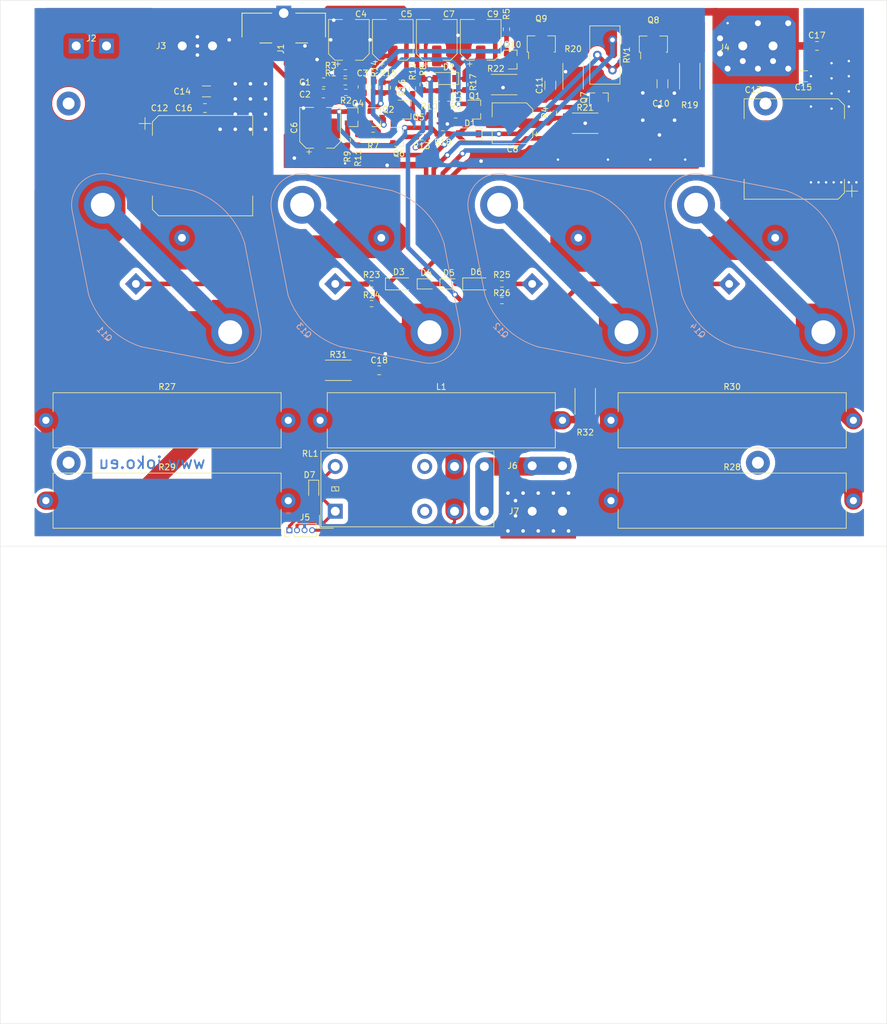
<source format=kicad_pcb>
(kicad_pcb (version 20171130) (host pcbnew 5.1.7-a382d34a8~88~ubuntu18.04.1)
  (layers (0 F.Cu signal) (31 B.Cu signal) (34 B.Paste user hide) (35 F.Paste user hide) (36 B.SilkS user) (37 F.SilkS user) (38 B.Mask user) (39 F.Mask user) (44 Edge.Cuts user))
  (net 0 "")
  (net 1 "Net-(C1-Pad2)")
  (net 2 "Net-(C1-Pad1)")
  (net 3 "Net-(C3-Pad2)")
  (net 4 "Net-(C3-Pad1)")
  (net 5 "Net-(Q10-Pad2)")
  (net 6 "Net-(Q5-Pad2)")
  (net 7 +VDC)
  (net 8 "Net-(Q11-Pad3)")
  (net 9 -VDC)
  (net 10 "Net-(Q13-Pad3)")
  (net 11 GND)
  (net 12 "Net-(D4-Pad2)")
  (net 13 "Net-(D3-Pad1)")
  (net 14 "Net-(D6-Pad2)")
  (net 15 "Net-(Q1-Pad2)")
  (net 16 "Net-(Q1-Pad3)")
  (net 17 "Net-(Q10-Pad1)")
  (net 18 "Net-(C7-Pad1)")
  (net 19 "Net-(Q3-Pad2)")
  (net 20 "Net-(Q3-Pad3)")
  (net 21 "Net-(Q4-Pad2)")
  (net 22 "Net-(Q5-Pad3)")
  (net 23 "Net-(Q5-Pad1)")
  (net 24 "Net-(Q6-Pad3)")
  (net 25 "Net-(Q7-Pad2)")
  (net 26 "Net-(Q7-Pad3)")
  (net 27 "Net-(C10-Pad1)")
  (net 28 "Net-(C11-Pad2)")
  (net 29 "Net-(Q10-Pad3)")
  (net 30 "Net-(D3-Pad2)")
  (net 31 "Net-(D5-Pad2)")
  (net 32 "Net-(Q2-Pad2)")
  (net 33 "Net-(C6-Pad2)")
  (net 34 "Net-(Q4-Pad3)")
  (net 35 "Net-(Q6-Pad2)")
  (net 36 "Net-(Q12-Pad1)")
  (net 37 "Net-(Q14-Pad1)")
  (net 38 "Net-(C5-Pad1)")
  (net 39 "Net-(D7-Pad2)")
  (net 40 "Net-(D7-Pad1)")
  (net 41 "Net-(Q13-Pad1)")
  (net 42 "Net-(Q11-Pad1)")
  (net 43 "Net-(C4-Pad2)")
  (net 44 "Net-(C18-Pad1)")
  (net 45 "Net-(J6-Pad1)")
  (net 46 "Net-(J5-Pad4)")
  (net 47 "Net-(Q12-Pad3)")
  (net 48 "Net-(Q14-Pad3)")
  (module Package_TO_SOT_THT:TO-3 (layer B.Cu) (at 112.268 66.548 315)
    (fp_text reference Q12 (at 1.8 9.25 315) (layer B.SilkS) (effects (justify mirror)))
    (fp_text value 2SJ50)
    (pad 3 thru_hole circle (at 16.9 -5.45 315) (size 6.35 6.35) (drill 4) (layers *.Cu *.Mask) (net 47 "Net-(Q12-Pad3)"))
    (pad 3 thru_hole circle (at -13.3 -5.45 315) (size 6.35 6.35) (drill 4) (layers *.Cu *.Mask) (net 47 "Net-(Q12-Pad3)"))
    (pad 2 thru_hole circle (at 0 -10.92 315) (size 2.6 2.6) (drill 1.3) (layers *.Cu *.Mask) (net 9 -VDC))
    (pad 1 thru_hole rect (at 0 0 315) (size 2.6 2.6) (drill 1.3) (layers *.Cu *.Mask) (net 36 "Net-(Q12-Pad1)"))
  )
  (module Resistor_SMD:R_0603_1608Metric_Pad0.98x0.95mm_HandSolder (layer F.Cu) (at 93.98 33.147 90)
    (fp_text reference R8 (at 2.413 0 90) (layer F.SilkS))
    (fp_text value 5K6)
    (pad 1 smd roundrect (at -0.9125 0 90) (size 0.975 0.95) (layers F.Cu F.Paste F.Mask) (net 19 "Net-(Q3-Pad2)"))
    (pad 2 smd roundrect (at 0.9125 0 90) (size 0.975 0.95) (layers F.Cu F.Paste F.Mask) (net 9 -VDC))
  )
  (module Capacitor_SMD:CP_Elec_6.3x7.7 (layer F.Cu) (at 108.966 39.624 180)
    (fp_text reference C8 (at 0 -4.35) (layer F.SilkS))
    (fp_text value 220uF)
    (pad 1 smd roundrect (at -2.7 0 180) (size 3.5 1.6) (layers F.Cu F.Paste F.Mask) (roundrect_rratio 0.15625) (net 7 +VDC))
    (pad 2 smd roundrect (at 2.7 0 180) (size 3.5 1.6) (layers F.Cu F.Paste F.Mask) (roundrect_rratio 0.15625) (net 27 "Net-(C10-Pad1)"))
  )
  (module Package_TO_SOT_THT:TO-3 (layer B.Cu) (at 145.288 66.548 315)
    (fp_text reference Q14 (at 1.8 9.25 315) (layer B.SilkS) (effects (justify mirror)))
    (fp_text value 2SJ50)
    (pad 3 thru_hole circle (at 16.9 -5.45 315) (size 6.35 6.35) (drill 4) (layers *.Cu *.Mask) (net 48 "Net-(Q14-Pad3)"))
    (pad 3 thru_hole circle (at -13.3 -5.45 315) (size 6.35 6.35) (drill 4) (layers *.Cu *.Mask) (net 48 "Net-(Q14-Pad3)"))
    (pad 2 thru_hole circle (at 0 -10.92 315) (size 2.6 2.6) (drill 1.3) (layers *.Cu *.Mask) (net 9 -VDC))
    (pad 1 thru_hole rect (at 0 0 315) (size 2.6 2.6) (drill 1.3) (layers *.Cu *.Mask) (net 37 "Net-(Q14-Pad1)"))
  )
  (module Capacitor_SMD:CP_Elec_16x17.5 (layer F.Cu) (at 156.21 43.942 180)
    (fp_text reference C13 (at 6.858 9.906) (layer F.SilkS))
    (fp_text value 100uF/80V)
    (pad 2 smd roundrect (at 6.25 0 180) (size 7.8 9.6) (layers F.Cu F.Paste F.Mask) (roundrect_rratio 0.03205089743589744) (net 9 -VDC))
    (pad 1 smd roundrect (at -6.25 0 180) (size 7.8 9.6) (layers F.Cu F.Paste F.Mask) (roundrect_rratio 0.03205089743589744) (net 11 GND))
  )
  (module Resistor_SMD:R_0603_1608Metric_Pad0.98x0.95mm_HandSolder (layer F.Cu) (at 107.95 23.876 90)
    (fp_text reference R5 (at 2.54 0 90) (layer F.SilkS))
    (fp_text value 6K8)
    (pad 2 smd roundrect (at 0.9125 0 90) (size 0.975 0.95) (layers F.Cu F.Paste F.Mask) (net 9 -VDC))
    (pad 1 smd roundrect (at -0.9125 0 90) (size 0.975 0.95) (layers F.Cu F.Paste F.Mask) (net 17 "Net-(Q10-Pad1)"))
  )
  (module Capacitor_SMD:CP_Elec_6.3x7.7 (layer F.Cu) (at 81.534 25.654 90)
    (fp_text reference C4 (at 4.318 2.032) (layer F.SilkS))
    (fp_text value 220uF)
    (pad 2 smd roundrect (at 2.7 0 90) (size 3.5 1.6) (layers F.Cu F.Paste F.Mask) (roundrect_rratio 0.15625) (net 43 "Net-(C4-Pad2)"))
    (pad 1 smd roundrect (at -2.7 0 90) (size 3.5 1.6) (layers F.Cu F.Paste F.Mask) (roundrect_rratio 0.15625) (net 3 "Net-(C3-Pad2)"))
  )
  (module Resistor_SMD:R_0603_1608Metric_Pad0.98x0.95mm_HandSolder (layer F.Cu) (at 81.0279 34.4678 180)
    (fp_text reference R2 (at 0.0019 -1.3462) (layer F.SilkS))
    (fp_text value 3K9)
    (pad 2 smd roundrect (at 0.9125 0 180) (size 0.975 0.95) (layers F.Cu F.Paste F.Mask) (net 2 "Net-(C1-Pad1)"))
    (pad 1 smd roundrect (at -0.9125 0 180) (size 0.975 0.95) (layers F.Cu F.Paste F.Mask) (net 4 "Net-(C3-Pad1)"))
  )
  (module Resistor_SMD:R_0603_1608Metric_Pad0.98x0.95mm_HandSolder (layer F.Cu) (at 80.9244 32.6898)
    (fp_text reference R1 (at -2.4384 -1.4478) (layer F.SilkS))
    (fp_text value 27K)
    (pad 1 smd roundrect (at -0.9125 0) (size 0.975 0.95) (layers F.Cu F.Paste F.Mask) (net 2 "Net-(C1-Pad1)"))
    (pad 2 smd roundrect (at 0.9125 0) (size 0.975 0.95) (layers F.Cu F.Paste F.Mask) (net 3 "Net-(C3-Pad2)"))
  )
  (module Resistor_SMD:R_0603_1608Metric_Pad0.98x0.95mm_HandSolder (layer F.Cu) (at 80.9244 31.1658 180)
    (fp_text reference R3 (at 2.4384 1.1938 180) (layer F.SilkS))
    (fp_text value 10R)
    (pad 1 smd roundrect (at -0.9125 0 180) (size 0.975 0.95) (layers F.Cu F.Paste F.Mask) (net 3 "Net-(C3-Pad2)"))
    (pad 2 smd roundrect (at 0.9125 0 180) (size 0.975 0.95) (layers F.Cu F.Paste F.Mask) (net 11 GND))
  )
  (module Capacitor_SMD:CP_Elec_6.3x7.7 (layer F.Cu) (at 88.9 25.654 90)
    (fp_text reference C5 (at 4.318 2.286 180) (layer F.SilkS))
    (fp_text value 220uF)
    (pad 1 smd roundrect (at -2.7 0 90) (size 3.5 1.6) (layers F.Cu F.Paste F.Mask) (roundrect_rratio 0.15625) (net 38 "Net-(C5-Pad1)"))
    (pad 2 smd roundrect (at 2.7 0 90) (size 3.5 1.6) (layers F.Cu F.Paste F.Mask) (roundrect_rratio 0.15625) (net 43 "Net-(C4-Pad2)"))
  )
  (module Package_TO_SOT_SMD:SOT-23 (layer F.Cu) (at 86.106 38.608)
    (fp_text reference Q2 (at 2.032 -1.27) (layer F.SilkS))
    (fp_text value BC856)
    (pad 3 smd rect (at 1 0) (size 0.9 0.8) (layers F.Cu F.Paste F.Mask) (net 17 "Net-(Q10-Pad1)"))
    (pad 2 smd rect (at -1 0.95) (size 0.9 0.8) (layers F.Cu F.Paste F.Mask) (net 32 "Net-(Q2-Pad2)"))
    (pad 1 smd rect (at -1 -0.95) (size 0.9 0.8) (layers F.Cu F.Paste F.Mask) (net 4 "Net-(C3-Pad1)"))
  )
  (module Resistor_SMD:R_0603_1608Metric_Pad0.98x0.95mm_HandSolder (layer F.Cu) (at 99.441 38.227)
    (fp_text reference R6 (at 0 -1.43) (layer F.SilkS))
    (fp_text value 150R)
    (pad 1 smd roundrect (at -0.9125 0) (size 0.975 0.95) (layers F.Cu F.Paste F.Mask) (net 20 "Net-(Q3-Pad3)"))
    (pad 2 smd roundrect (at 0.9125 0) (size 0.975 0.95) (layers F.Cu F.Paste F.Mask) (net 15 "Net-(Q1-Pad2)"))
  )
  (module Package_TO_SOT_SMD:SOT-23 (layer F.Cu) (at 102.87 37.338)
    (fp_text reference Q1 (at -0.254 -2.286) (layer F.SilkS))
    (fp_text value BC846)
    (pad 1 smd rect (at -1 -0.95) (size 0.9 0.8) (layers F.Cu F.Paste F.Mask) (net 4 "Net-(C3-Pad1)"))
    (pad 2 smd rect (at -1 0.95) (size 0.9 0.8) (layers F.Cu F.Paste F.Mask) (net 15 "Net-(Q1-Pad2)"))
    (pad 3 smd rect (at 1 0) (size 0.9 0.8) (layers F.Cu F.Paste F.Mask) (net 16 "Net-(Q1-Pad3)"))
  )
  (module Resistor_SMD:R_0603_1608Metric_Pad0.98x0.95mm_HandSolder (layer F.Cu) (at 93.726 41.91)
    (fp_text reference R13 (at 0 1.524) (layer F.SilkS))
    (fp_text value 6K8)
    (pad 1 smd roundrect (at -0.9125 0) (size 0.975 0.95) (layers F.Cu F.Paste F.Mask) (net 24 "Net-(Q6-Pad3)"))
    (pad 2 smd roundrect (at 0.9125 0) (size 0.975 0.95) (layers F.Cu F.Paste F.Mask) (net 9 -VDC))
  )
  (module Resistor_SMD:R_0603_1608Metric_Pad0.98x0.95mm_HandSolder (layer F.Cu) (at 92.202 33.782 270)
    (fp_text reference R12 (at -2.794 0 90) (layer F.SilkS))
    (fp_text value 6K8)
    (pad 1 smd roundrect (at -0.9125 0 270) (size 0.975 0.95) (layers F.Cu F.Paste F.Mask) (net 7 +VDC))
    (pad 2 smd roundrect (at 0.9125 0 270) (size 0.975 0.95) (layers F.Cu F.Paste F.Mask) (net 22 "Net-(Q5-Pad3)"))
  )
  (module Resistor_SMD:R_0603_1608Metric_Pad0.98x0.95mm_HandSolder (layer F.Cu) (at 85.725 33.5515 90)
    (fp_text reference R14 (at 3.0715 0.127 90) (layer F.SilkS))
    (fp_text value 1K)
    (pad 2 smd roundrect (at 0.9125 0 90) (size 0.975 0.95) (layers F.Cu F.Paste F.Mask) (net 38 "Net-(C5-Pad1)"))
    (pad 1 smd roundrect (at -0.9125 0 90) (size 0.975 0.95) (layers F.Cu F.Paste F.Mask) (net 23 "Net-(Q5-Pad1)"))
  )
  (module Resistor_SMD:R_0603_1608Metric_Pad0.98x0.95mm_HandSolder (layer F.Cu) (at 89.027 33.655 270)
    (fp_text reference R16 (at 0 -1.43 90) (layer F.SilkS))
    (fp_text value 39K)
    (pad 2 smd roundrect (at 0.9125 0 270) (size 0.975 0.95) (layers F.Cu F.Paste F.Mask) (net 23 "Net-(Q5-Pad1)"))
    (pad 1 smd roundrect (at -0.9125 0 270) (size 0.975 0.95) (layers F.Cu F.Paste F.Mask) (net 12 "Net-(D4-Pad2)"))
  )
  (module Resistor_SMD:R_0603_1608Metric_Pad0.98x0.95mm_HandSolder (layer F.Cu) (at 87.249 33.655 270)
    (fp_text reference R15 (at -2.413 -0.889 180) (layer F.SilkS))
    (fp_text value 150K)
    (pad 1 smd roundrect (at -0.9125 0 270) (size 0.975 0.95) (layers F.Cu F.Paste F.Mask) (net 12 "Net-(D4-Pad2)"))
    (pad 2 smd roundrect (at 0.9125 0 270) (size 0.975 0.95) (layers F.Cu F.Paste F.Mask) (net 23 "Net-(Q5-Pad1)"))
  )
  (module Package_TO_SOT_SMD:SOT-23 (layer F.Cu) (at 97.409 35.179 270)
    (fp_text reference Q3 (at 0 -2.5 90) (layer F.SilkS))
    (fp_text value BC846)
    (pad 1 smd rect (at -1 -0.95 270) (size 0.9 0.8) (layers F.Cu F.Paste F.Mask) (net 18 "Net-(C7-Pad1)"))
    (pad 2 smd rect (at -1 0.95 270) (size 0.9 0.8) (layers F.Cu F.Paste F.Mask) (net 19 "Net-(Q3-Pad2)"))
    (pad 3 smd rect (at 1 0 270) (size 0.9 0.8) (layers F.Cu F.Paste F.Mask) (net 20 "Net-(Q3-Pad3)"))
  )
  (module Package_TO_SOT_SMD:SOT-23 (layer F.Cu) (at 89.916 41.91)
    (fp_text reference Q6 (at 0 2.794) (layer F.SilkS))
    (fp_text value BC856)
    (pad 3 smd rect (at 1 0) (size 0.9 0.8) (layers F.Cu F.Paste F.Mask) (net 24 "Net-(Q6-Pad3)"))
    (pad 2 smd rect (at -1 0.95) (size 0.9 0.8) (layers F.Cu F.Paste F.Mask) (net 35 "Net-(Q6-Pad2)"))
    (pad 1 smd rect (at -1 -0.95) (size 0.9 0.8) (layers F.Cu F.Paste F.Mask) (net 23 "Net-(Q5-Pad1)"))
  )
  (module Package_TO_SOT_SMD:SOT-23 (layer F.Cu) (at 91.186 37.338)
    (fp_text reference Q5 (at 2.032 1.27) (layer F.SilkS))
    (fp_text value BC846)
    (pad 3 smd rect (at 1 0) (size 0.9 0.8) (layers F.Cu F.Paste F.Mask) (net 22 "Net-(Q5-Pad3)"))
    (pad 2 smd rect (at -1 0.95) (size 0.9 0.8) (layers F.Cu F.Paste F.Mask) (net 6 "Net-(Q5-Pad2)"))
    (pad 1 smd rect (at -1 -0.95) (size 0.9 0.8) (layers F.Cu F.Paste F.Mask) (net 23 "Net-(Q5-Pad1)"))
  )
  (module Resistor_SMD:R_0603_1608Metric_Pad0.98x0.95mm_HandSolder (layer F.Cu) (at 100.965 33.147 270)
    (fp_text reference R17 (at -0.381 -1.397 90) (layer F.SilkS))
    (fp_text value 2K2)
    (pad 2 smd roundrect (at 0.9125 0 270) (size 0.975 0.95) (layers F.Cu F.Paste F.Mask) (net 18 "Net-(C7-Pad1)"))
    (pad 1 smd roundrect (at -0.9125 0 270) (size 0.975 0.95) (layers F.Cu F.Paste F.Mask) (net 28 "Net-(C11-Pad2)"))
  )
  (module Resistor_SMD:R_0603_1608Metric_Pad0.98x0.95mm_HandSolder (layer F.Cu) (at 95.885 38.227)
    (fp_text reference R10 (at -0.889 -1.43) (layer F.SilkS))
    (fp_text value 150R)
    (pad 2 smd roundrect (at 0.9125 0) (size 0.975 0.95) (layers F.Cu F.Paste F.Mask) (net 20 "Net-(Q3-Pad3)"))
    (pad 1 smd roundrect (at -0.9125 0) (size 0.975 0.95) (layers F.Cu F.Paste F.Mask) (net 6 "Net-(Q5-Pad2)"))
  )
  (module Package_TO_SOT_SMD:SOT-23 (layer F.Cu) (at 82.296 38.608)
    (fp_text reference Q4 (at 0.762 -2.286) (layer F.SilkS))
    (fp_text value BC856)
    (pad 1 smd rect (at -1 -0.95) (size 0.9 0.8) (layers F.Cu F.Paste F.Mask) (net 33 "Net-(C6-Pad2)"))
    (pad 2 smd rect (at -1 0.95) (size 0.9 0.8) (layers F.Cu F.Paste F.Mask) (net 21 "Net-(Q4-Pad2)"))
    (pad 3 smd rect (at 1 0) (size 0.9 0.8) (layers F.Cu F.Paste F.Mask) (net 34 "Net-(Q4-Pad3)"))
  )
  (module Resistor_SMD:R_0603_1608Metric_Pad0.98x0.95mm_HandSolder (layer F.Cu) (at 85.598 41.656)
    (fp_text reference R7 (at 0 1.778) (layer F.SilkS))
    (fp_text value 150R)
    (pad 1 smd roundrect (at -0.9125 0) (size 0.975 0.95) (layers F.Cu F.Paste F.Mask) (net 34 "Net-(Q4-Pad3)"))
    (pad 2 smd roundrect (at 0.9125 0) (size 0.975 0.95) (layers F.Cu F.Paste F.Mask) (net 32 "Net-(Q2-Pad2)"))
  )
  (module Resistor_SMD:R_0603_1608Metric_Pad0.98x0.95mm_HandSolder (layer F.Cu) (at 83.058 42.418 90)
    (fp_text reference R11 (at -3.048 0 90) (layer F.SilkS))
    (fp_text value 150R)
    (pad 2 smd roundrect (at 0.9125 0 90) (size 0.975 0.95) (layers F.Cu F.Paste F.Mask) (net 34 "Net-(Q4-Pad3)"))
    (pad 1 smd roundrect (at -0.9125 0 90) (size 0.975 0.95) (layers F.Cu F.Paste F.Mask) (net 35 "Net-(Q6-Pad2)"))
  )
  (module Diode_SMD:D_SOD-123 (layer F.Cu) (at 97.663 32.131 180)
    (fp_text reference D2 (at -0.635 1.905) (layer F.SilkS))
    (fp_text value 3V9)
    (pad 1 smd rect (at -1.65 0 180) (size 0.9 1.2) (layers F.Cu F.Paste F.Mask) (net 28 "Net-(C11-Pad2)"))
    (pad 2 smd rect (at 1.65 0 180) (size 0.9 1.2) (layers F.Cu F.Paste F.Mask) (net 9 -VDC))
  )
  (module Capacitor_SMD:CP_Elec_6.3x7.7 (layer F.Cu) (at 96.266 25.654 90)
    (fp_text reference C7 (at 4.318 2.032 180) (layer F.SilkS))
    (fp_text value 220uF)
    (pad 2 smd roundrect (at 2.7 0 90) (size 3.5 1.6) (layers F.Cu F.Paste F.Mask) (roundrect_rratio 0.15625) (net 9 -VDC))
    (pad 1 smd roundrect (at -2.7 0 90) (size 3.5 1.6) (layers F.Cu F.Paste F.Mask) (roundrect_rratio 0.15625) (net 18 "Net-(C7-Pad1)"))
  )
  (module Package_TO_SOT_THT:TO-3 (layer B.Cu) (at 79.248 66.548 315)
    (fp_text reference Q13 (at 1.8 9.25 315) (layer B.SilkS) (effects (justify mirror)))
    (fp_text value 2SK135)
    (pad 1 thru_hole rect (at 0 0 315) (size 2.6 2.6) (drill 1.3) (layers *.Cu *.Mask) (net 41 "Net-(Q13-Pad1)"))
    (pad 2 thru_hole circle (at 0 -10.92 315) (size 2.6 2.6) (drill 1.3) (layers *.Cu *.Mask) (net 7 +VDC))
    (pad 3 thru_hole circle (at -13.3 -5.45 315) (size 6.35 6.35) (drill 4) (layers *.Cu *.Mask) (net 10 "Net-(Q13-Pad3)"))
    (pad 3 thru_hole circle (at 16.9 -5.45 315) (size 6.35 6.35) (drill 4) (layers *.Cu *.Mask) (net 10 "Net-(Q13-Pad3)"))
  )
  (module Package_TO_SOT_SMD:SOT-89-3_Handsoldering (layer F.Cu) (at 113.792 26.6395 90)
    (fp_text reference Q9 (at 4.5415 0) (layer F.SilkS))
    (fp_text value BF620)
    (pad 2 smd custom (at -2.0625 0 90) (size 2.475 0.9) (layers F.Cu F.Paste F.Mask) (net 14 "Net-(D6-Pad2)") (options (clearance outline) (anchor rect)) (primitives (gr_poly (pts (xy 1.2375 -0.8665) (xy 5.3625 -0.8665) (xy 5.3625 0.8665) (xy 1.2375 0.8665)) (width 0))))
    (pad 3 smd rect (at -2.15 1.5 90) (size 2.3 0.9) (layers F.Cu F.Paste F.Mask) (net 28 "Net-(C11-Pad2)"))
    (pad 1 smd rect (at -2.15 -1.5 90) (size 2.3 0.9) (layers F.Cu F.Paste F.Mask) (net 29 "Net-(Q10-Pad3)"))
  )
  (module Package_TO_SOT_SMD:SOT-23 (layer F.Cu) (at 108.966 28.956)
    (fp_text reference Q10 (at 0 -2.5) (layer F.SilkS))
    (fp_text value BC850)
    (pad 3 smd rect (at 1 0) (size 0.9 0.8) (layers F.Cu F.Paste F.Mask) (net 29 "Net-(Q10-Pad3)"))
    (pad 2 smd rect (at -1 0.95) (size 0.9 0.8) (layers F.Cu F.Paste F.Mask) (net 5 "Net-(Q10-Pad2)"))
    (pad 1 smd rect (at -1 -0.95) (size 0.9 0.8) (layers F.Cu F.Paste F.Mask) (net 17 "Net-(Q10-Pad1)"))
  )
  (module Diode_SMD:D_SOD-123 (layer F.Cu) (at 89.916 66.548)
    (fp_text reference D3 (at 0 -2) (layer F.SilkS))
    (fp_text value 12V)
    (pad 2 smd rect (at 1.65 0) (size 0.9 1.2) (layers F.Cu F.Paste F.Mask) (net 30 "Net-(D3-Pad2)"))
    (pad 1 smd rect (at -1.65 0) (size 0.9 1.2) (layers F.Cu F.Paste F.Mask) (net 13 "Net-(D3-Pad1)"))
  )
  (module Resistor_SMD:R_0603_1608Metric_Pad0.98x0.95mm_HandSolder (layer F.Cu) (at 115.824 37.846 90)
    (fp_text reference R4 (at 0 -1.43 90) (layer F.SilkS))
    (fp_text value 6K8)
    (pad 1 smd roundrect (at -0.9125 0 90) (size 0.975 0.95) (layers F.Cu F.Paste F.Mask) (net 7 +VDC))
    (pad 2 smd roundrect (at 0.9125 0 90) (size 0.975 0.95) (layers F.Cu F.Paste F.Mask) (net 16 "Net-(Q1-Pad3)"))
  )
  (module Resistor_SMD:R_0603_1608Metric_Pad0.98x0.95mm_HandSolder (layer F.Cu) (at 81.28 42.418 90)
    (fp_text reference R9 (at -2.794 0 90) (layer F.SilkS))
    (fp_text value 5K6)
    (pad 2 smd roundrect (at 0.9125 0 90) (size 0.975 0.95) (layers F.Cu F.Paste F.Mask) (net 21 "Net-(Q4-Pad2)"))
    (pad 1 smd roundrect (at -0.9125 0 90) (size 0.975 0.95) (layers F.Cu F.Paste F.Mask) (net 7 +VDC))
  )
  (module Package_TO_SOT_SMD:SOT-89-3_Handsoldering (layer F.Cu) (at 132.588 26.67 90)
    (fp_text reference Q8 (at 4.318 0 180) (layer F.SilkS))
    (fp_text value BF621)
    (pad 1 smd rect (at -2.15 -1.5 90) (size 2.3 0.9) (layers F.Cu F.Paste F.Mask) (net 26 "Net-(Q7-Pad3)"))
    (pad 3 smd rect (at -2.15 1.5 90) (size 2.3 0.9) (layers F.Cu F.Paste F.Mask) (net 27 "Net-(C10-Pad1)"))
    (pad 2 smd custom (at -2.0625 0 90) (size 2.475 0.9) (layers F.Cu F.Paste F.Mask) (net 13 "Net-(D3-Pad1)") (options (clearance outline) (anchor rect)) (primitives (gr_poly (pts (xy 1.2375 -0.8665) (xy 5.3625 -0.8665) (xy 5.3625 0.8665) (xy 1.2375 0.8665)) (width 0))))
  )
  (module Package_TO_SOT_SMD:SOT-23 (layer F.Cu) (at 123.444 35.306 90)
    (fp_text reference Q7 (at 0 -2.5 90) (layer F.SilkS))
    (fp_text value BC860)
    (pad 1 smd rect (at -1 -0.95 90) (size 0.9 0.8) (layers F.Cu F.Paste F.Mask) (net 16 "Net-(Q1-Pad3)"))
    (pad 2 smd rect (at -1 0.95 90) (size 0.9 0.8) (layers F.Cu F.Paste F.Mask) (net 25 "Net-(Q7-Pad2)"))
    (pad 3 smd rect (at 1 0 90) (size 0.9 0.8) (layers F.Cu F.Paste F.Mask) (net 26 "Net-(Q7-Pad3)"))
  )
  (module Resistor_SMD:R_2512_6332Metric_Pad1.40x3.35mm_HandSolder (layer F.Cu) (at 138.684 31.75 270)
    (fp_text reference R19 (at 4.826 0 180) (layer F.SilkS))
    (fp_text value 10K)
    (pad 1 smd roundrect (at -3.05 0 270) (size 1.4 3.35) (layers F.Cu F.Paste F.Mask) (roundrect_rratio 0.1785707142857143) (net 27 "Net-(C10-Pad1)"))
    (pad 2 smd roundrect (at 3.05 0 270) (size 1.4 3.35) (layers F.Cu F.Paste F.Mask) (roundrect_rratio 0.1785707142857143) (net 11 GND))
  )
  (module Resistor_SMD:R_2512_6332Metric_Pad1.40x3.35mm_HandSolder (layer F.Cu) (at 121.158 39.624)
    (fp_text reference R21 (at 0 -2.62) (layer F.SilkS))
    (fp_text value 82R)
    (pad 1 smd roundrect (at -3.05 0) (size 1.4 3.35) (layers F.Cu F.Paste F.Mask) (roundrect_rratio 0.1785707142857143) (net 7 +VDC))
    (pad 2 smd roundrect (at 3.05 0) (size 1.4 3.35) (layers F.Cu F.Paste F.Mask) (roundrect_rratio 0.1785707142857143) (net 25 "Net-(Q7-Pad2)"))
  )
  (module Resistor_SMD:R_2512_6332Metric_Pad1.40x3.35mm_HandSolder (layer F.Cu) (at 119.126 31.75 90)
    (fp_text reference R20 (at 4.572 0 180) (layer F.SilkS))
    (fp_text value 10K)
    (pad 2 smd roundrect (at 3.05 0 90) (size 1.4 3.35) (layers F.Cu F.Paste F.Mask) (roundrect_rratio 0.1785707142857143) (net 28 "Net-(C11-Pad2)"))
    (pad 1 smd roundrect (at -3.05 0 90) (size 1.4 3.35) (layers F.Cu F.Paste F.Mask) (roundrect_rratio 0.1785707142857143) (net 11 GND))
  )
  (module Resistor_SMD:R_2512_6332Metric_Pad1.40x3.35mm_HandSolder (layer F.Cu) (at 107.569 33.147 180)
    (fp_text reference R22 (at 1.397 2.667) (layer F.SilkS))
    (fp_text value 82R)
    (pad 2 smd roundrect (at 3.05 0 180) (size 1.4 3.35) (layers F.Cu F.Paste F.Mask) (roundrect_rratio 0.1785707142857143) (net 9 -VDC))
    (pad 1 smd roundrect (at -3.05 0 180) (size 1.4 3.35) (layers F.Cu F.Paste F.Mask) (roundrect_rratio 0.1785707142857143) (net 5 "Net-(Q10-Pad2)"))
  )
  (module Diode_SMD:D_SOD-323F (layer F.Cu) (at 94.488 66.548)
    (fp_text reference D4 (at 0 -1.85) (layer F.SilkS))
    (fp_text value 1N4148)
    (pad 2 smd rect (at 1.1 0) (size 0.5 0.5) (layers F.Cu F.Paste F.Mask) (net 12 "Net-(D4-Pad2)"))
    (pad 1 smd rect (at -1.1 0) (size 0.5 0.5) (layers F.Cu F.Paste F.Mask) (net 30 "Net-(D3-Pad2)"))
  )
  (module Capacitor_SMD:C_1206_3216Metric_Pad1.33x1.80mm_HandSolder (layer F.Cu) (at 134.112 33.02 270)
    (fp_text reference C10 (at 3.302 0.254) (layer F.SilkS))
    (fp_text value 330nF)
    (pad 2 smd roundrect (at 1.5625 0 270) (size 1.325 1.8) (layers F.Cu F.Paste F.Mask) (roundrect_rratio 0.1886784905660377) (net 11 GND))
    (pad 1 smd roundrect (at -1.5625 0 270) (size 1.325 1.8) (layers F.Cu F.Paste F.Mask) (roundrect_rratio 0.1886784905660377) (net 27 "Net-(C10-Pad1)"))
  )
  (module Diode_SMD:D_SOD-123 (layer F.Cu) (at 102.87 66.548)
    (fp_text reference D6 (at 0 -2) (layer F.SilkS))
    (fp_text value 12V)
    (pad 1 smd rect (at -1.65 0) (size 0.9 1.2) (layers F.Cu F.Paste F.Mask) (net 31 "Net-(D5-Pad2)"))
    (pad 2 smd rect (at 1.65 0) (size 0.9 1.2) (layers F.Cu F.Paste F.Mask) (net 14 "Net-(D6-Pad2)"))
  )
  (module Diode_SMD:D_SOD-323F (layer F.Cu) (at 98.298 66.548)
    (fp_text reference D5 (at 0 -1.85) (layer F.SilkS))
    (fp_text value 1N4148)
    (pad 1 smd rect (at -1.1 0) (size 0.5 0.5) (layers F.Cu F.Paste F.Mask) (net 12 "Net-(D4-Pad2)"))
    (pad 2 smd rect (at 1.1 0) (size 0.5 0.5) (layers F.Cu F.Paste F.Mask) (net 31 "Net-(D5-Pad2)"))
  )
  (module Capacitor_SMD:CP_Elec_6.3x7.7 (layer F.Cu) (at 76.708 40.386 90)
    (fp_text reference C6 (at 0 -4.35 90) (layer F.SilkS))
    (fp_text value 220uF)
    (pad 1 smd roundrect (at -2.7 0 90) (size 3.5 1.6) (layers F.Cu F.Paste F.Mask) (roundrect_rratio 0.15625) (net 7 +VDC))
    (pad 2 smd roundrect (at 2.7 0 90) (size 3.5 1.6) (layers F.Cu F.Paste F.Mask) (roundrect_rratio 0.15625) (net 33 "Net-(C6-Pad2)"))
  )
  (module Diode_SMD:D_SOD-123 (layer F.Cu) (at 101.6 41.402 180)
    (fp_text reference D1 (at -0.254 1.778) (layer F.SilkS))
    (fp_text value 3V9)
    (pad 2 smd rect (at 1.65 0 180) (size 0.9 1.2) (layers F.Cu F.Paste F.Mask) (net 27 "Net-(C10-Pad1)"))
    (pad 1 smd rect (at -1.65 0 180) (size 0.9 1.2) (layers F.Cu F.Paste F.Mask) (net 7 +VDC))
  )
  (module Capacitor_SMD:C_1206_3216Metric_Pad1.33x1.80mm_HandSolder (layer F.Cu) (at 115.316 33.274 90)
    (fp_text reference C11 (at 0 -1.85 90) (layer F.SilkS))
    (fp_text value 330nF)
    (pad 1 smd roundrect (at -1.5625 0 90) (size 1.325 1.8) (layers F.Cu F.Paste F.Mask) (roundrect_rratio 0.1886784905660377) (net 11 GND))
    (pad 2 smd roundrect (at 1.5625 0 90) (size 1.325 1.8) (layers F.Cu F.Paste F.Mask) (roundrect_rratio 0.1886784905660377) (net 28 "Net-(C11-Pad2)"))
  )
  (module Capacitor_SMD:CP_Elec_6.3x7.7 (layer F.Cu) (at 103.632 25.654 90)
    (fp_text reference C9 (at 4.318 2.032 180) (layer F.SilkS))
    (fp_text value 220uF)
    (pad 2 smd roundrect (at 2.7 0 90) (size 3.5 1.6) (layers F.Cu F.Paste F.Mask) (roundrect_rratio 0.15625) (net 9 -VDC))
    (pad 1 smd roundrect (at -2.7 0 90) (size 3.5 1.6) (layers F.Cu F.Paste F.Mask) (roundrect_rratio 0.15625) (net 28 "Net-(C11-Pad2)"))
  )
  (module Resistor_SMD:R_0603_1608Metric_Pad0.98x0.95mm_HandSolder (layer F.Cu) (at 97.282 41.402 180)
    (fp_text reference R18 (at 0 -1.43) (layer F.SilkS))
    (fp_text value 2K2)
    (pad 1 smd roundrect (at -0.9125 0 180) (size 0.975 0.95) (layers F.Cu F.Paste F.Mask) (net 27 "Net-(C10-Pad1)"))
    (pad 2 smd roundrect (at 0.9125 0 180) (size 0.975 0.95) (layers F.Cu F.Paste F.Mask) (net 33 "Net-(C6-Pad2)"))
  )
  (module Potentiometer_THT:Potentiometer_Bourns_3296Y_Vertical (layer F.Cu) (at 125.73 30.734 270)
    (fp_text reference RV1 (at -2.54 -2.39 90) (layer F.SilkS))
    (fp_text value 220R)
    (pad 1 thru_hole circle (at 0 0 270) (size 1.44 1.44) (drill 0.8) (layers *.Cu *.Mask) (net 13 "Net-(D3-Pad1)"))
    (pad 2 thru_hole circle (at -2.54 2.54 270) (size 1.44 1.44) (drill 0.8) (layers *.Cu *.Mask) (net 13 "Net-(D3-Pad1)"))
    (pad 3 thru_hole circle (at -5.08 0 270) (size 1.44 1.44) (drill 0.8) (layers *.Cu *.Mask) (net 14 "Net-(D6-Pad2)"))
  )
  (module Resistor_THT:R_Axial_Power_L38.0mm_W9.0mm_P40.64mm (layer F.Cu) (at 125.476 102.87)
    (fp_text reference R28 (at 20.32 -5.62) (layer F.SilkS))
    (fp_text value R22)
    (pad 1 thru_hole circle (at 0 0) (size 2.4 2.4) (drill 1.2) (layers *.Cu *.Mask) (net 12 "Net-(D4-Pad2)"))
    (pad 2 thru_hole oval (at 40.64 0) (size 2.4 2.4) (drill 1.2) (layers *.Cu *.Mask) (net 47 "Net-(Q12-Pad3)"))
  )
  (module Resistor_SMD:R_2512_6332Metric_Pad1.40x3.35mm_HandSolder (layer F.Cu) (at 79.756 81.026)
    (fp_text reference R31 (at 0 -2.62) (layer F.SilkS))
    (fp_text value 10R)
    (pad 1 smd roundrect (at -3.05 0) (size 1.4 3.35) (layers F.Cu F.Paste F.Mask) (roundrect_rratio 0.1785707142857143) (net 12 "Net-(D4-Pad2)"))
    (pad 2 smd roundrect (at 3.05 0) (size 1.4 3.35) (layers F.Cu F.Paste F.Mask) (roundrect_rratio 0.1785707142857143) (net 44 "Net-(C18-Pad1)"))
  )
  (module Resistor_SMD:R_2512_6332Metric_Pad1.40x3.35mm_HandSolder (layer F.Cu) (at 121.158 86.233 90)
    (fp_text reference R32 (at -5.207 0 180) (layer F.SilkS))
    (fp_text value 1R)
    (pad 2 smd roundrect (at 3.05 0 90) (size 1.4 3.35) (layers F.Cu F.Paste F.Mask) (roundrect_rratio 0.1785707142857143) (net 12 "Net-(D4-Pad2)"))
    (pad 1 smd roundrect (at -3.05 0 90) (size 1.4 3.35) (layers F.Cu F.Paste F.Mask) (roundrect_rratio 0.1785707142857143) (net 46 "Net-(J5-Pad4)"))
  )
  (module Relay_THT:Relay_DPDT_Omron_G2RL (layer F.Cu) (at 79.248 104.648)
    (fp_text reference RL1 (at -4.191 -9.652 180) (layer F.SilkS))
    (fp_text value G2RL-24-DC24)
    (pad 1 thru_hole rect (at 0 0 90) (size 2.5 2.5) (drill 1.5) (layers *.Cu *.Mask) (net 39 "Net-(D7-Pad2)"))
    (pad 2 thru_hole oval (at 15 0 90) (size 2.5 2.5) (drill 1.5) (layers *.Cu *.Mask))
    (pad 3 thru_hole oval (at 20 0 90) (size 2.5 2.5) (drill 1.5) (layers *.Cu *.Mask) (net 46 "Net-(J5-Pad4)"))
    (pad 4 thru_hole oval (at 25 0 90) (size 2.5 2.5) (drill 1.5) (layers *.Cu *.Mask) (net 45 "Net-(J6-Pad1)"))
    (pad 5 thru_hole oval (at 25 -7.5 90) (size 2.5 2.5) (drill 1.5) (layers *.Cu *.Mask) (net 45 "Net-(J6-Pad1)"))
    (pad 6 thru_hole oval (at 20 -7.5 90) (size 2.5 2.5) (drill 1.5) (layers *.Cu *.Mask) (net 46 "Net-(J5-Pad4)"))
    (pad 7 thru_hole oval (at 15 -7.5 90) (size 2.5 2.5) (drill 1.5) (layers *.Cu *.Mask))
    (pad 8 thru_hole oval (at 0 -7.5 90) (size 2.5 2.5) (drill 1.5) (layers *.Cu *.Mask) (net 40 "Net-(D7-Pad1)"))
  )
  (module Resistor_SMD:R_0603_1608Metric_Pad0.98x0.95mm_HandSolder (layer F.Cu) (at 85.344 66.548)
    (fp_text reference R23 (at 0 -1.524) (layer F.SilkS))
    (fp_text value 220R)
    (pad 1 smd roundrect (at -0.9125 0) (size 0.975 0.95) (layers F.Cu F.Paste F.Mask) (net 41 "Net-(Q13-Pad1)"))
    (pad 2 smd roundrect (at 0.9125 0) (size 0.975 0.95) (layers F.Cu F.Paste F.Mask) (net 13 "Net-(D3-Pad1)"))
  )
  (module Resistor_SMD:R_0603_1608Metric_Pad0.98x0.95mm_HandSolder (layer F.Cu) (at 85.344 69.85)
    (fp_text reference R24 (at 0 -1.43) (layer F.SilkS))
    (fp_text value 220R)
    (pad 2 smd roundrect (at 0.9125 0) (size 0.975 0.95) (layers F.Cu F.Paste F.Mask) (net 13 "Net-(D3-Pad1)"))
    (pad 1 smd roundrect (at -0.9125 0) (size 0.975 0.95) (layers F.Cu F.Paste F.Mask) (net 42 "Net-(Q11-Pad1)"))
  )
  (module Resistor_SMD:R_0603_1608Metric_Pad0.98x0.95mm_HandSolder (layer F.Cu) (at 107.188 66.548 180)
    (fp_text reference R25 (at 0 1.524) (layer F.SilkS))
    (fp_text value 220R)
    (pad 1 smd roundrect (at -0.9125 0 180) (size 0.975 0.95) (layers F.Cu F.Paste F.Mask) (net 36 "Net-(Q12-Pad1)"))
    (pad 2 smd roundrect (at 0.9125 0 180) (size 0.975 0.95) (layers F.Cu F.Paste F.Mask) (net 14 "Net-(D6-Pad2)"))
  )
  (module Resistor_SMD:R_0603_1608Metric_Pad0.98x0.95mm_HandSolder (layer F.Cu) (at 107.188 69.342 180)
    (fp_text reference R26 (at 0 1.27) (layer F.SilkS))
    (fp_text value 220R)
    (pad 2 smd roundrect (at 0.9125 0 180) (size 0.975 0.95) (layers F.Cu F.Paste F.Mask) (net 14 "Net-(D6-Pad2)"))
    (pad 1 smd roundrect (at -0.9125 0 180) (size 0.975 0.95) (layers F.Cu F.Paste F.Mask) (net 37 "Net-(Q14-Pad1)"))
  )
  (module Resistor_THT:R_Axial_Power_L38.0mm_W9.0mm_P40.64mm (layer F.Cu) (at 30.734 89.408)
    (fp_text reference R27 (at 20.32 -5.62) (layer F.SilkS))
    (fp_text value R22)
    (pad 1 thru_hole circle (at 0 0) (size 2.4 2.4) (drill 1.2) (layers *.Cu *.Mask) (net 8 "Net-(Q11-Pad3)"))
    (pad 2 thru_hole oval (at 40.64 0) (size 2.4 2.4) (drill 1.2) (layers *.Cu *.Mask) (net 12 "Net-(D4-Pad2)"))
  )
  (module Resistor_THT:R_Axial_Power_L38.0mm_W9.0mm_P40.64mm (layer F.Cu) (at 30.734 102.87)
    (fp_text reference R29 (at 20.32 -5.62) (layer F.SilkS))
    (fp_text value R22)
    (pad 2 thru_hole oval (at 40.64 0) (size 2.4 2.4) (drill 1.2) (layers *.Cu *.Mask) (net 12 "Net-(D4-Pad2)"))
    (pad 1 thru_hole circle (at 0 0) (size 2.4 2.4) (drill 1.2) (layers *.Cu *.Mask) (net 10 "Net-(Q13-Pad3)"))
  )
  (module Resistor_THT:R_Axial_Power_L38.0mm_W9.0mm_P40.64mm (layer F.Cu) (at 125.476 89.408)
    (fp_text reference R30 (at 20.32 -5.62) (layer F.SilkS))
    (fp_text value R22)
    (pad 2 thru_hole oval (at 40.64 0) (size 2.4 2.4) (drill 1.2) (layers *.Cu *.Mask) (net 48 "Net-(Q14-Pad3)"))
    (pad 1 thru_hole circle (at 0 0) (size 2.4 2.4) (drill 1.2) (layers *.Cu *.Mask) (net 12 "Net-(D4-Pad2)"))
  )
  (module Package_TO_SOT_THT:TO-3 (layer B.Cu) (at 45.8216 66.548 315)
    (fp_text reference Q11 (at 2.201969 9.651969 315) (layer B.SilkS) (effects (justify mirror)))
    (fp_text value 2SK135)
    (pad 1 thru_hole rect (at 0 0 315) (size 2.6 2.6) (drill 1.3) (layers *.Cu *.Mask) (net 42 "Net-(Q11-Pad1)"))
    (pad 2 thru_hole circle (at 0 -10.92 315) (size 2.6 2.6) (drill 1.3) (layers *.Cu *.Mask) (net 7 +VDC))
    (pad 3 thru_hole circle (at -13.3 -5.45 315) (size 6.35 6.35) (drill 4) (layers *.Cu *.Mask) (net 8 "Net-(Q11-Pad3)"))
    (pad 3 thru_hole circle (at 16.9 -5.45 315) (size 6.35 6.35) (drill 4) (layers *.Cu *.Mask) (net 8 "Net-(Q11-Pad3)"))
  )
  (module Diode_SMD:D_SOD-323F (layer F.Cu) (at 75.6412 100.9396 270)
    (fp_text reference D7 (at -2.3876 0.7112 180) (layer F.SilkS))
    (fp_text value 1N4148)
    (pad 1 smd rect (at -1.1 0 270) (size 0.5 0.5) (layers F.Cu F.Paste F.Mask) (net 40 "Net-(D7-Pad1)"))
    (pad 2 smd rect (at 1.1 0 270) (size 0.5 0.5) (layers F.Cu F.Paste F.Mask) (net 39 "Net-(D7-Pad2)"))
  )
  (module Resistor_THT:R_Axial_Power_L38.0mm_W9.0mm_P40.64mm (layer F.Cu) (at 76.708 89.408)
    (fp_text reference L1 (at 20.32 -5.62) (layer F.SilkS))
    (fp_text value 2uH)
    (pad 1 thru_hole circle (at 0 0) (size 2.4 2.4) (drill 1.2) (layers *.Cu *.Mask) (net 12 "Net-(D4-Pad2)"))
    (pad 2 thru_hole oval (at 40.64 0) (size 2.4 2.4) (drill 1.2) (layers *.Cu *.Mask) (net 46 "Net-(J5-Pad4)"))
  )
  (module Capacitor_SMD:C_0805_2012Metric_Pad1.18x1.45mm_HandSolder (layer F.Cu) (at 86.614 81.026)
    (fp_text reference C18 (at 0 -1.68) (layer F.SilkS))
    (fp_text value 22nF)
    (pad 1 smd roundrect (at -1.0375 0) (size 1.175 1.45) (layers F.Cu F.Paste F.Mask) (roundrect_rratio 0.2127659574468085) (net 44 "Net-(C18-Pad1)"))
    (pad 2 smd roundrect (at 1.0375 0) (size 1.175 1.45) (layers F.Cu F.Paste F.Mask) (roundrect_rratio 0.2127659574468085) (net 11 GND))
  )
  (module ADCH-80A+:TERMINAL_250 (layer F.Cu) (at 112.268 97.028)
    (fp_text reference J6 (at -3.302 0) (layer F.SilkS))
    (fp_text value SPK_POS)
    (pad 1 thru_hole rect (at 0 0) (size 2.5 2.5) (drill 1.5) (layers *.Cu *.Mask) (net 45 "Net-(J6-Pad1)"))
    (pad 1 thru_hole rect (at 5.08 0) (size 2.5 2.5) (drill 1.5) (layers *.Cu *.Mask) (net 45 "Net-(J6-Pad1)"))
  )
  (module ADCH-80A+:TERMINAL_250 (layer F.Cu) (at 112.268 104.648)
    (fp_text reference J7 (at -3.048 0) (layer F.SilkS))
    (fp_text value SPK_NEG)
    (pad 1 thru_hole rect (at 5.08 0) (size 2.5 2.5) (drill 1.5) (layers *.Cu *.Mask) (net 11 GND))
    (pad 1 thru_hole rect (at 0 0) (size 2.5 2.5) (drill 1.5) (layers *.Cu *.Mask) (net 11 GND))
  )
  (module Capacitor_SMD:CP_Elec_16x17.5 (layer F.Cu) (at 56.996 46.736)
    (fp_text reference C12 (at -7.212 -9.652) (layer F.SilkS))
    (fp_text value 100uF/80V)
    (pad 1 smd roundrect (at -6.25 0) (size 7.8 9.6) (layers F.Cu F.Paste F.Mask) (roundrect_rratio 0.03205089743589744) (net 7 +VDC))
    (pad 2 smd roundrect (at 6.25 0) (size 7.8 9.6) (layers F.Cu F.Paste F.Mask) (roundrect_rratio 0.03205089743589744) (net 11 GND))
  )
  (module Capacitor_SMD:C_1206_3216Metric_Pad1.33x1.80mm_HandSolder (layer F.Cu) (at 57.658 34.29)
    (fp_text reference C14 (at -4.064 0) (layer F.SilkS))
    (fp_text value 330nF)
    (pad 2 smd roundrect (at 1.5625 0) (size 1.325 1.8) (layers F.Cu F.Paste F.Mask) (roundrect_rratio 0.1886784905660377) (net 11 GND))
    (pad 1 smd roundrect (at -1.5625 0) (size 1.325 1.8) (layers F.Cu F.Paste F.Mask) (roundrect_rratio 0.1886784905660377) (net 7 +VDC))
  )
  (module Capacitor_SMD:C_1206_3216Metric_Pad1.33x1.80mm_HandSolder (layer F.Cu) (at 157.734 31.75 180)
    (fp_text reference C15 (at 0 -1.85) (layer F.SilkS))
    (fp_text value 330nF)
    (pad 1 smd roundrect (at -1.5625 0 180) (size 1.325 1.8) (layers F.Cu F.Paste F.Mask) (roundrect_rratio 0.1886784905660377) (net 11 GND))
    (pad 2 smd roundrect (at 1.5625 0 180) (size 1.325 1.8) (layers F.Cu F.Paste F.Mask) (roundrect_rratio 0.1886784905660377) (net 9 -VDC))
  )
  (module Capacitor_SMD:C_0805_2012Metric_Pad1.18x1.45mm_HandSolder (layer F.Cu) (at 57.404 37.084)
    (fp_text reference C16 (at -3.556 0) (layer F.SilkS))
    (fp_text value 10nF)
    (pad 2 smd roundrect (at 1.0375 0) (size 1.175 1.45) (layers F.Cu F.Paste F.Mask) (roundrect_rratio 0.2127659574468085) (net 11 GND))
    (pad 1 smd roundrect (at -1.0375 0) (size 1.175 1.45) (layers F.Cu F.Paste F.Mask) (roundrect_rratio 0.2127659574468085) (net 7 +VDC))
  )
  (module Capacitor_SMD:C_0805_2012Metric_Pad1.18x1.45mm_HandSolder (layer F.Cu) (at 160.02 26.67 180)
    (fp_text reference C17 (at 0.0215 1.778) (layer F.SilkS))
    (fp_text value 10nF)
    (pad 1 smd roundrect (at -1.0375 0 180) (size 1.175 1.45) (layers F.Cu F.Paste F.Mask) (roundrect_rratio 0.2127659574468085) (net 11 GND))
    (pad 2 smd roundrect (at 1.0375 0 180) (size 1.175 1.45) (layers F.Cu F.Paste F.Mask) (roundrect_rratio 0.2127659574468085) (net 9 -VDC))
  )
  (module ADCH-80A+:TERMINAL_250 (layer F.Cu) (at 35.814 26.67)
    (fp_text reference J2 (at 2.54 -1.27) (layer F.SilkS))
    (fp_text value +VDC)
    (pad 1 thru_hole rect (at 0 0) (size 2.5 2.5) (drill 1.5) (layers *.Cu *.Mask) (net 7 +VDC))
    (pad 1 thru_hole rect (at 5.08 0) (size 2.5 2.5) (drill 1.5) (layers *.Cu *.Mask) (net 7 +VDC))
  )
  (module ADCH-80A+:TERMINAL_250 (layer F.Cu) (at 53.594 26.67)
    (fp_text reference J3 (at -3.556 0) (layer F.SilkS))
    (fp_text value COM)
    (pad 1 thru_hole rect (at 0 0) (size 2.5 2.5) (drill 1.5) (layers *.Cu *.Mask) (net 11 GND))
    (pad 1 thru_hole rect (at 5.08 0) (size 2.5 2.5) (drill 1.5) (layers *.Cu *.Mask) (net 11 GND))
  )
  (module ADCH-80A+:TERMINAL_250 (layer F.Cu) (at 147.574 26.67)
    (fp_text reference J4 (at -3.048 0.254) (layer F.SilkS))
    (fp_text value -VDC)
    (pad 1 thru_hole rect (at 5.08 0) (size 2.5 2.5) (drill 1.5) (layers *.Cu *.Mask) (net 9 -VDC))
    (pad 1 thru_hole rect (at 0 0) (size 2.5 2.5) (drill 1.5) (layers *.Cu *.Mask) (net 9 -VDC))
  )
  (module ADCH-80A+:RCJ (layer F.Cu) (at 70.612 27.178 270)
    (fp_text reference J1 (at 0 0.5 90) (layer F.SilkS))
    (fp_text value AUDIO_IN)
    (pad 1 smd rect (at 0 -6 270) (size 2.5 2.5) (layers F.Cu F.Paste F.Mask) (net 11 GND))
    (pad 2 smd rect (at 0 0 270) (size 2.5 2.5) (layers F.Cu F.Paste F.Mask) (net 1 "Net-(C1-Pad2)"))
    (pad 1 thru_hole rect (at -6 0 270) (size 2.5 2.5) (drill 1.6) (layers *.Cu *.Mask) (net 11 GND))
    (pad 1 smd rect (at 0 6 270) (size 2.5 2.5) (layers F.Cu F.Paste F.Mask) (net 11 GND))
  )
  (module Connector_PinHeader_1.27mm:PinHeader_1x04_P1.27mm_Vertical (layer F.Cu) (at 71.5645 107.823 90)
    (fp_text reference J5 (at 2.159 2.6035) (layer F.SilkS))
    (fp_text value OUT_CTL)
    (pad 1 thru_hole rect (at 0 0 90) (size 1 1) (drill 0.65) (layers *.Cu *.Mask) (net 40 "Net-(D7-Pad1)"))
    (pad 2 thru_hole oval (at 0 1.27 90) (size 1 1) (drill 0.65) (layers *.Cu *.Mask) (net 39 "Net-(D7-Pad2)"))
    (pad 3 thru_hole oval (at 0 2.54 90) (size 1 1) (drill 0.65) (layers *.Cu *.Mask) (net 11 GND))
    (pad 4 thru_hole oval (at 0 3.81 90) (size 1 1) (drill 0.65) (layers *.Cu *.Mask) (net 46 "Net-(J5-Pad4)"))
  )
  (module Resistor_SMD:R_0805_2012Metric_Pad1.20x1.40mm_HandSolder (layer F.Cu) (at 77.3176 32.766 180)
    (fp_text reference C1 (at 3.1496 0) (layer F.SilkS))
    (fp_text value 820nF)
    (pad 2 smd roundrect (at 1 0 180) (size 1.2 1.4) (layers F.Cu F.Paste F.Mask) (roundrect_rratio 0.2083325) (net 1 "Net-(C1-Pad2)"))
    (pad 1 smd roundrect (at -1 0 180) (size 1.2 1.4) (layers F.Cu F.Paste F.Mask) (roundrect_rratio 0.2083325) (net 2 "Net-(C1-Pad1)"))
  )
  (module Resistor_SMD:R_0805_2012Metric_Pad1.20x1.40mm_HandSolder (layer F.Cu) (at 77.2668 34.6456 180)
    (fp_text reference C2 (at 3.0988 -0.1524) (layer F.SilkS))
    (fp_text value 820nF)
    (pad 1 smd roundrect (at -1 0 180) (size 1.2 1.4) (layers F.Cu F.Paste F.Mask) (roundrect_rratio 0.2083325) (net 2 "Net-(C1-Pad1)"))
    (pad 2 smd roundrect (at 1 0 180) (size 1.2 1.4) (layers F.Cu F.Paste F.Mask) (roundrect_rratio 0.2083325) (net 1 "Net-(C1-Pad2)"))
  )
  (module Resistor_SMD:R_0805_2012Metric_Pad1.20x1.40mm_HandSolder (layer F.Cu) (at 83.82 33.544 90)
    (fp_text reference C3 (at 2.302 0 180) (layer F.SilkS))
    (fp_text value 220pF)
    (pad 1 smd roundrect (at -1 0 90) (size 1.2 1.4) (layers F.Cu F.Paste F.Mask) (roundrect_rratio 0.2083325) (net 4 "Net-(C3-Pad1)"))
    (pad 2 smd roundrect (at 1 0 90) (size 1.2 1.4) (layers F.Cu F.Paste F.Mask) (roundrect_rratio 0.2083325) (net 3 "Net-(C3-Pad2)"))
  )
  (gr_line (start 23.114 110.49) (end 171.704 110.49) (layer Edge.Cuts) (width 0.05))
  (gr_line (start 23.114 19.05) (end 171.704 19.05) (layer Edge.Cuts) (width 0.05))
  (gr_line (start 23.114 190.5) (end 23.114 19.05) (layer Edge.Cuts) (width 0.05))
  (gr_line (start 171.704 190.5) (end 23.114 190.5) (layer Edge.Cuts) (width 0.05))
  (gr_line (start 171.704 19.05) (end 171.704 190.5) (layer Edge.Cuts) (width 0.05))
  (gr_text "CAmp v0.1" (at 146.304 106.68) (layer F.Cu) (effects (font (size 1.5 1.5) (thickness 0.3))))
  (gr_text www.ioko.eu (at 146.304 102.87) (layer F.Cu) (effects (font (size 2 2) (thickness 0.3))))
  (gr_text www.ioko.eu (at 48.514 96.52) (layer B.Cu) (effects (font (size 2 2) (thickness 0.3)) (justify mirror)))
  (via (at 34.544 96.52) (size 4) (drill 2) (layers F.Cu B.Cu) (net 0))
  (via (at 150.114 96.52) (size 4) (drill 2) (layers F.Cu B.Cu) (net 0))
  (via (at 34.544 36.322) (size 4) (drill 2) (layers F.Cu B.Cu) (net 0))
  (via (at 151.384 36.322) (size 4) (drill 2) (layers F.Cu B.Cu) (net 0))
  (segment (start 76.3176 34.5948) (end 76.2668 34.6456) (width 0.762) (layer F.Cu) (net 1))
  (segment (start 76.3176 32.766) (end 76.3176 34.5948) (width 0.762) (layer F.Cu) (net 1))
  (segment (start 76.2 32.766) (end 70.612 27.178) (width 0.762) (layer F.Cu) (net 1))
  (segment (start 76.3176 32.766) (end 76.2 32.766) (width 0.762) (layer F.Cu) (net 1))
  (segment (start 79.9357 32.766) (end 80.0119 32.6898) (width 1.27) (layer F.Cu) (net 2))
  (segment (start 78.3176 32.766) (end 79.9357 32.766) (width 0.762) (layer F.Cu) (net 2))
  (segment (start 80.0119 34.3643) (end 80.1154 34.4678) (width 0.762) (layer F.Cu) (net 2))
  (segment (start 80.0119 32.6898) (end 80.0119 34.3643) (width 0.762) (layer F.Cu) (net 2))
  (segment (start 78.4446 34.4678) (end 78.2668 34.6456) (width 0.762) (layer F.Cu) (net 2))
  (segment (start 80.1154 34.4678) (end 78.4446 34.4678) (width 0.762) (layer F.Cu) (net 2))
  (segment (start 78.2668 32.8168) (end 78.3176 32.766) (width 0.762) (layer F.Cu) (net 2))
  (segment (start 78.2668 34.6456) (end 78.2668 32.8168) (width 0.762) (layer F.Cu) (net 2))
  (segment (start 81.8369 31.1658) (end 81.8369 32.6898) (width 0.762) (layer F.Cu) (net 3))
  (segment (start 81.9827 32.544) (end 81.8369 32.6898) (width 0.508) (layer F.Cu) (net 3))
  (segment (start 83.82 32.544) (end 81.9827 32.544) (width 0.508) (layer F.Cu) (net 3))
  (segment (start 81.8369 28.6569) (end 81.534 28.354) (width 0.508) (layer F.Cu) (net 3))
  (segment (start 81.8369 31.1658) (end 81.8369 28.6569) (width 0.508) (layer F.Cu) (net 3))
  (segment (start 85.106 37.658) (end 85.106 36.846) (width 0.762) (layer F.Cu) (net 4))
  (segment (start 101.87 36.388) (end 99.888 36.388) (width 0.762) (layer F.Cu) (net 4))
  (segment (start 85.106 36.846) (end 86.344 36.846) (width 0.762) (layer F.Cu) (net 4))
  (segment (start 86.344 36.846) (end 86.741 36.449) (width 0.762) (layer F.Cu) (net 4))
  (segment (start 86.741 36.449) (end 86.868 36.322) (width 0.762) (layer F.Cu) (net 4))
  (via (at 86.868 36.322) (size 1) (drill 0.6) (layers F.Cu B.Cu) (net 4))
  (via (at 99.888 36.388) (size 1) (drill 0.6) (layers F.Cu B.Cu) (net 4))
  (segment (start 99.888 33.34) (end 99.888 36.388) (width 0.762) (layer B.Cu) (net 4))
  (segment (start 99.888 30.292) (end 99.888 33.34) (width 0.762) (layer B.Cu) (net 4))
  (segment (start 98.552 28.956) (end 99.888 30.292) (width 0.762) (layer B.Cu) (net 4))
  (segment (start 90.424 28.956) (end 98.552 28.956) (width 0.762) (layer B.Cu) (net 4))
  (segment (start 86.868 32.512) (end 90.424 28.956) (width 0.762) (layer B.Cu) (net 4))
  (segment (start 86.868 36.322) (end 86.868 32.512) (width 0.762) (layer B.Cu) (net 4))
  (segment (start 83.7438 34.4678) (end 83.82 34.544) (width 0.508) (layer F.Cu) (net 4))
  (segment (start 81.9404 34.4678) (end 83.7438 34.4678) (width 0.508) (layer F.Cu) (net 4))
  (segment (start 85.106 37.658) (end 85.106 36.338) (width 0.508) (layer F.Cu) (net 4))
  (segment (start 83.82 35.052) (end 83.82 34.544) (width 0.508) (layer F.Cu) (net 4))
  (segment (start 85.106 36.338) (end 83.82 35.052) (width 0.508) (layer F.Cu) (net 4))
  (segment (start 110.619 33.147) (end 109.601 33.147) (width 0.762) (layer F.Cu) (net 5))
  (segment (start 107.966 31.512) (end 107.966 29.906) (width 0.762) (layer F.Cu) (net 5))
  (segment (start 109.601 33.147) (end 107.966 31.512) (width 0.762) (layer F.Cu) (net 5))
  (segment (start 94.3375 38.862) (end 94.9725 38.227) (width 0.762) (layer F.Cu) (net 6))
  (segment (start 91.186 38.862) (end 94.3375 38.862) (width 0.762) (layer F.Cu) (net 6))
  (segment (start 90.612 38.288) (end 91.186 38.862) (width 0.762) (layer F.Cu) (net 6))
  (segment (start 90.186 38.288) (end 90.612 38.288) (width 0.762) (layer F.Cu) (net 6))
  (segment (start 50.746 56.029188) (end 53.543206 58.826394) (width 3.048) (layer F.Cu) (net 7))
  (segment (start 50.746 46.736) (end 50.746 56.029188) (width 3.048) (layer F.Cu) (net 7))
  (segment (start 117.2425 38.7585) (end 118.108 39.624) (width 0.762) (layer F.Cu) (net 7))
  (segment (start 115.824 38.7585) (end 117.2425 38.7585) (width 0.762) (layer F.Cu) (net 7))
  (segment (start 76.9525 43.3305) (end 76.708 43.086) (width 0.762) (layer F.Cu) (net 7))
  (segment (start 81.28 43.3305) (end 76.9525 43.3305) (width 0.762) (layer F.Cu) (net 7))
  (segment (start 35.814 26.67) (end 40.894 26.67) (width 0.762) (layer F.Cu) (net 7))
  (segment (start 56.0955 36.813) (end 56.3665 37.084) (width 0.762) (layer F.Cu) (net 7))
  (segment (start 56.0955 34.29) (end 56.0955 36.813) (width 0.762) (layer F.Cu) (net 7))
  (segment (start 56.3665 41.1155) (end 50.746 46.736) (width 0.762) (layer F.Cu) (net 7))
  (segment (start 56.3665 37.084) (end 56.3665 41.1155) (width 0.762) (layer F.Cu) (net 7))
  (segment (start 48.514 34.29) (end 40.894 26.67) (width 0.762) (layer F.Cu) (net 7))
  (segment (start 56.0955 34.29) (end 48.514 34.29) (width 0.762) (layer F.Cu) (net 7))
  (segment (start 74.074 43.086) (end 76.708 43.086) (width 0.762) (layer F.Cu) (net 7))
  (segment (start 71.628 40.64) (end 74.074 43.086) (width 0.762) (layer F.Cu) (net 7))
  (segment (start 114.9585 39.624) (end 115.824 38.7585) (width 0.762) (layer F.Cu) (net 7))
  (segment (start 111.666 39.624) (end 114.9585 39.624) (width 0.762) (layer F.Cu) (net 7))
  (segment (start 109.888 41.402) (end 111.666 39.624) (width 0.762) (layer F.Cu) (net 7))
  (segment (start 103.25 41.402) (end 109.888 41.402) (width 0.762) (layer F.Cu) (net 7))
  (segment (start 92.202 32.8695) (end 92.0515 32.8695) (width 0.762) (layer F.Cu) (net 7))
  (segment (start 92.0515 32.8695) (end 91.186 32.004) (width 0.762) (layer F.Cu) (net 7))
  (segment (start 91.186 32.004) (end 91.186 20.828) (width 0.762) (layer F.Cu) (net 7))
  (segment (start 91.186 20.828) (end 90.678 20.32) (width 0.762) (layer F.Cu) (net 7))
  (segment (start 90.678 20.32) (end 77.978 20.32) (width 0.762) (layer F.Cu) (net 7))
  (segment (start 81.28 43.3305) (end 81.28 44.196) (width 0.762) (layer F.Cu) (net 7))
  (segment (start 82.042 44.958) (end 95.758 44.958) (width 0.762) (layer F.Cu) (net 7))
  (segment (start 81.28 44.196) (end 82.042 44.958) (width 0.762) (layer F.Cu) (net 7))
  (segment (start 95.758 44.958) (end 97.536 43.18) (width 0.762) (layer F.Cu) (net 7))
  (via (at 97.536 43.18) (size 1) (drill 0.6) (layers F.Cu B.Cu) (net 7))
  (segment (start 97.536 43.18) (end 99.314 41.402) (width 0.762) (layer B.Cu) (net 7))
  (segment (start 99.314 41.402) (end 106.68 41.402) (width 0.762) (layer B.Cu) (net 7))
  (via (at 106.68 41.402) (size 1) (drill 0.6) (layers F.Cu B.Cu) (net 7))
  (segment (start 68.072 24.384) (end 73.914 24.384) (width 0.762) (layer F.Cu) (net 7))
  (segment (start 77.978 20.32) (end 73.914 24.384) (width 0.762) (layer F.Cu) (net 7))
  (segment (start 71.628 36.322) (end 71.628 32.512) (width 0.762) (layer F.Cu) (net 7))
  (segment (start 71.628 36.322) (end 71.628 40.64) (width 0.762) (layer F.Cu) (net 7))
  (segment (start 68.072 28.956) (end 68.072 24.384) (width 0.762) (layer F.Cu) (net 7))
  (segment (start 71.628 32.512) (end 68.072 28.956) (width 0.762) (layer F.Cu) (net 7))
  (segment (start 40.894 26.67) (end 45.974 21.59) (width 1.27) (layer F.Cu) (net 7))
  (segment (start 46.228 21.844) (end 65.532 21.844) (width 1.27) (layer F.Cu) (net 7))
  (segment (start 45.974 21.59) (end 46.228 21.844) (width 1.27) (layer F.Cu) (net 7))
  (segment (start 65.532 21.844) (end 68.072 24.384) (width 1.27) (layer F.Cu) (net 7))
  (segment (start 86.969606 58.826394) (end 79.222606 58.826394) (width 3.048) (layer F.Cu) (net 7))
  (segment (start 79.222606 58.826394) (end 77.724 60.325) (width 3.048) (layer F.Cu) (net 7))
  (segment (start 55.041812 60.325) (end 53.543206 58.826394) (width 3.048) (layer F.Cu) (net 7))
  (segment (start 77.724 60.325) (end 55.041812 60.325) (width 3.048) (layer F.Cu) (net 7))
  (segment (start 30.734 62.82656) (end 40.270812 53.289748) (width 3.048) (layer F.Cu) (net 8))
  (segment (start 30.734 89.408) (end 30.734 62.82656) (width 3.048) (layer F.Cu) (net 8))
  (segment (start 45.497627 74.644373) (end 30.734 89.408) (width 3.048) (layer F.Cu) (net 8))
  (segment (start 61.625437 74.644373) (end 45.497627 74.644373) (width 3.048) (layer F.Cu) (net 8))
  (segment (start 40.270812 53.289748) (end 61.625437 74.644373) (width 3.048) (layer B.Cu) (net 8))
  (segment (start 158.9825 26.67) (end 152.654 26.67) (width 1.27) (layer F.Cu) (net 9))
  (via (at 155.194 22.86) (size 1.4) (drill 1) (layers F.Cu B.Cu) (net 9))
  (via (at 150.114 22.86) (size 1.4) (drill 1) (layers F.Cu B.Cu) (net 9))
  (via (at 150.114 30.48) (size 1.4) (drill 1) (layers F.Cu B.Cu) (net 9))
  (via (at 155.194 30.48) (size 1.4) (drill 1) (layers F.Cu B.Cu) (net 9))
  (via (at 145.034 30.48) (size 1.4) (drill 1) (layers F.Cu B.Cu) (net 9))
  (via (at 143.764 25.4) (size 1.4) (drill 1) (layers F.Cu B.Cu) (net 9))
  (via (at 143.764 27.94) (size 1.4) (drill 1) (layers F.Cu B.Cu) (net 9))
  (via (at 152.654 29.21) (size 1.4) (drill 1) (layers F.Cu B.Cu) (net 9))
  (via (at 147.574 29.21) (size 1.4) (drill 1) (layers F.Cu B.Cu) (net 9))
  (segment (start 103.6415 22.9635) (end 103.632 22.954) (width 0.762) (layer F.Cu) (net 9))
  (segment (start 106.0685 31.5975) (end 106.0685 22.9635) (width 0.762) (layer F.Cu) (net 9))
  (segment (start 104.519 33.147) (end 106.0685 31.5975) (width 0.762) (layer F.Cu) (net 9))
  (segment (start 106.0685 22.9635) (end 103.6415 22.9635) (width 0.762) (layer F.Cu) (net 9))
  (segment (start 107.95 22.9635) (end 106.0685 22.9635) (width 0.762) (layer F.Cu) (net 9))
  (segment (start 96.266 22.954) (end 93.886 22.954) (width 0.762) (layer F.Cu) (net 9))
  (segment (start 93.886 22.954) (end 92.964 23.876) (width 0.762) (layer F.Cu) (net 9))
  (segment (start 94.6385 41.91) (end 94.6385 42.7755) (width 0.508) (layer F.Cu) (net 9))
  (segment (start 94.6385 42.7755) (end 93.726 43.688) (width 0.508) (layer F.Cu) (net 9))
  (segment (start 93.726 43.688) (end 92.71 43.688) (width 0.508) (layer F.Cu) (net 9))
  (via (at 92.71 43.688) (size 1) (drill 0.6) (layers F.Cu B.Cu) (net 9))
  (segment (start 93.98 31.8535) (end 92.964 30.8375) (width 0.762) (layer F.Cu) (net 9))
  (segment (start 93.98 32.2345) (end 93.98 31.8535) (width 0.762) (layer F.Cu) (net 9))
  (segment (start 95.9095 32.2345) (end 96.013 32.131) (width 0.762) (layer F.Cu) (net 9))
  (segment (start 93.98 32.2345) (end 95.0195 32.2345) (width 0.762) (layer F.Cu) (net 9))
  (segment (start 95.0195 32.2345) (end 95.9095 32.2345) (width 0.762) (layer F.Cu) (net 9))
  (via (at 95.0195 32.2345) (size 1) (drill 0.6) (layers F.Cu B.Cu) (net 9))
  (segment (start 95.25 32.465) (end 95.0195 32.2345) (width 0.762) (layer B.Cu) (net 9))
  (segment (start 95.25 41.148) (end 95.25 32.465) (width 0.762) (layer B.Cu) (net 9))
  (segment (start 92.71 43.688) (end 95.25 41.148) (width 0.762) (layer B.Cu) (net 9))
  (segment (start 92.964 30.8375) (end 92.964 23.876) (width 0.762) (layer F.Cu) (net 9))
  (segment (start 103.632 22.954) (end 96.266 22.954) (width 1.27) (layer F.Cu) (net 9))
  (segment (start 103.632 22.954) (end 105.631 20.955) (width 1.27) (layer F.Cu) (net 9))
  (segment (start 143.129 20.955) (end 144.7165 22.5425) (width 1.27) (layer F.Cu) (net 9))
  (segment (start 105.631 20.955) (end 143.129 20.955) (width 1.27) (layer F.Cu) (net 9))
  (segment (start 145.034 22.86) (end 144.7165 22.5425) (width 1.27) (layer F.Cu) (net 9))
  (via (at 145.034 22.86) (size 0.8) (drill 0.4) (layers F.Cu B.Cu) (net 9))
  (segment (start 119.989606 58.826394) (end 129.628894 58.826394) (width 3.048) (layer F.Cu) (net 9))
  (segment (start 129.628894 58.826394) (end 131.0005 60.198) (width 3.048) (layer F.Cu) (net 9))
  (segment (start 151.638 60.198) (end 153.009606 58.826394) (width 3.048) (layer F.Cu) (net 9))
  (segment (start 131.0005 60.198) (end 151.638 60.198) (width 3.048) (layer F.Cu) (net 9))
  (segment (start 149.96 55.776788) (end 153.009606 58.826394) (width 3.048) (layer F.Cu) (net 9))
  (segment (start 149.96 43.942) (end 149.96 55.776788) (width 3.048) (layer F.Cu) (net 9))
  (segment (start 145.9865 28.1305) (end 145.9865 39.9685) (width 3.048) (layer F.Cu) (net 9))
  (segment (start 145.9865 39.9685) (end 149.96 43.942) (width 3.048) (layer F.Cu) (net 9))
  (segment (start 147.447 26.67) (end 145.9865 28.1305) (width 3.048) (layer F.Cu) (net 9))
  (segment (start 152.654 26.67) (end 147.447 26.67) (width 3.048) (layer F.Cu) (net 9))
  (segment (start 156.1715 31.4575) (end 155.194 30.48) (width 1.27) (layer F.Cu) (net 9))
  (segment (start 156.1715 31.75) (end 156.1715 31.4575) (width 1.27) (layer F.Cu) (net 9))
  (segment (start 30.734 102.87) (end 45.466 102.87) (width 3.048) (layer F.Cu) (net 10))
  (segment (start 73.691627 74.644373) (end 95.051837 74.644373) (width 3.048) (layer F.Cu) (net 10))
  (segment (start 45.466 102.87) (end 73.691627 74.644373) (width 3.048) (layer F.Cu) (net 10))
  (segment (start 95.051837 74.644373) (end 73.697212 53.289748) (width 3.048) (layer B.Cu) (net 10))
  (segment (start 94.488 46.99) (end 94.488 60.706) (width 0.762) (layer F.Cu) (net 11))
  (segment (start 101.092 46.99) (end 100.33 46.99) (width 0.762) (layer F.Cu) (net 11))
  (segment (start 100.33 46.99) (end 98.806 48.514) (width 0.762) (layer F.Cu) (net 11))
  (segment (start 98.806 48.514) (end 98.806 60.706) (width 0.762) (layer F.Cu) (net 11))
  (segment (start 112.268 104.648) (end 117.348 104.648) (width 1.27) (layer F.Cu) (net 11))
  (segment (start 162.46 28.0725) (end 161.0575 26.67) (width 1.27) (layer F.Cu) (net 11))
  (segment (start 162.46 42.926) (end 162.46 37.184) (width 1.27) (layer F.Cu) (net 11))
  (via (at 159.004 49.53) (size 0.8) (drill 0.4) (layers F.Cu B.Cu) (net 11))
  (via (at 160.274 49.53) (size 0.8) (drill 0.4) (layers F.Cu B.Cu) (net 11))
  (via (at 161.544 49.53) (size 0.8) (drill 0.4) (layers F.Cu B.Cu) (net 11))
  (via (at 164.084 49.53) (size 0.8) (drill 0.4) (layers F.Cu B.Cu) (net 11))
  (via (at 162.814 49.53) (size 0.8) (drill 0.4) (layers F.Cu B.Cu) (net 11))
  (via (at 165.354 49.53) (size 0.8) (drill 0.4) (layers F.Cu B.Cu) (net 11))
  (via (at 166.624 49.53) (size 0.8) (drill 0.4) (layers F.Cu B.Cu) (net 11))
  (via (at 159.004 36.83) (size 0.8) (drill 0.4) (layers F.Cu B.Cu) (net 11))
  (segment (start 162.46 37.184) (end 162.46 34.644) (width 1.27) (layer F.Cu) (net 11))
  (via (at 159.004 31.75) (size 0.8) (drill 0.4) (layers F.Cu B.Cu) (net 11))
  (via (at 165.354 31.75) (size 0.8) (drill 0.4) (layers F.Cu B.Cu) (net 11))
  (via (at 165.354 34.29) (size 0.8) (drill 0.4) (layers F.Cu B.Cu) (net 11))
  (via (at 165.354 36.83) (size 0.8) (drill 0.4) (layers F.Cu B.Cu) (net 11))
  (segment (start 162.46 32.104) (end 162.46 29.564) (width 1.27) (layer F.Cu) (net 11))
  (via (at 162.46 32.104) (size 0.8) (drill 0.4) (layers F.Cu B.Cu) (net 11))
  (segment (start 162.46 34.644) (end 162.46 32.104) (width 1.27) (layer F.Cu) (net 11))
  (via (at 162.46 34.644) (size 0.8) (drill 0.4) (layers F.Cu B.Cu) (net 11))
  (via (at 162.46 37.184) (size 0.8) (drill 0.4) (layers F.Cu B.Cu) (net 11))
  (segment (start 162.46 29.564) (end 162.46 28.0725) (width 1.27) (layer F.Cu) (net 11))
  (via (at 162.46 29.564) (size 0.8) (drill 0.4) (layers F.Cu B.Cu) (net 11))
  (via (at 165.354 29.21) (size 0.8) (drill 0.4) (layers F.Cu B.Cu) (net 11))
  (segment (start 115.3525 34.8) (end 115.316 34.8365) (width 0.762) (layer F.Cu) (net 11))
  (segment (start 119.126 34.8) (end 115.3525 34.8) (width 0.762) (layer F.Cu) (net 11))
  (segment (start 137.7045 34.5825) (end 137.922 34.8) (width 0.762) (layer F.Cu) (net 11))
  (segment (start 134.112 34.5825) (end 136.1055 34.5825) (width 0.762) (layer F.Cu) (net 11))
  (segment (start 134.3295 34.8) (end 134.112 34.5825) (width 0.762) (layer F.Cu) (net 11))
  (segment (start 138.684 34.8) (end 136.142 34.8) (width 0.762) (layer F.Cu) (net 11))
  (segment (start 136.142 34.8) (end 134.3295 34.8) (width 0.762) (layer F.Cu) (net 11))
  (segment (start 58.4415 41.9315) (end 63.246 46.736) (width 0.762) (layer F.Cu) (net 11))
  (segment (start 58.4415 37.084) (end 58.4415 41.9315) (width 0.762) (layer F.Cu) (net 11))
  (segment (start 59.2205 36.305) (end 58.4415 37.084) (width 0.762) (layer F.Cu) (net 11))
  (segment (start 59.2205 34.29) (end 59.2205 36.305) (width 0.762) (layer F.Cu) (net 11))
  (segment (start 61.214 32.2965) (end 59.2205 34.29) (width 0.762) (layer F.Cu) (net 11))
  (segment (start 61.214 26.67) (end 61.214 32.2965) (width 0.762) (layer F.Cu) (net 11))
  (segment (start 136.1055 34.5825) (end 137.7045 34.5825) (width 0.762) (layer F.Cu) (net 11))
  (via (at 136.1055 34.5825) (size 1) (drill 0.6) (layers F.Cu B.Cu) (net 11))
  (via (at 121.666 34.798) (size 1) (drill 0.6) (layers F.Cu B.Cu) (net 11))
  (segment (start 119.128 34.798) (end 119.126 34.8) (width 0.762) (layer F.Cu) (net 11))
  (segment (start 121.666 34.798) (end 119.128 34.798) (width 0.762) (layer F.Cu) (net 11))
  (segment (start 80.0119 31.1658) (end 78.6638 31.1658) (width 0.762) (layer F.Cu) (net 11))
  (via (at 78.6638 31.1658) (size 1) (drill 0.6) (layers F.Cu B.Cu) (net 11))
  (segment (start 91.573848 81.534) (end 84.074 81.534) (width 0.762) (layer B.Cu) (net 11))
  (segment (start 95.891848 85.852) (end 91.573848 81.534) (width 0.762) (layer B.Cu) (net 11))
  (segment (start 99.314 85.852) (end 95.891848 85.852) (width 0.762) (layer B.Cu) (net 11))
  (segment (start 108.204 94.742) (end 99.314 85.852) (width 0.762) (layer B.Cu) (net 11))
  (segment (start 108.204 102.596) (end 108.204 101.6) (width 0.762) (layer B.Cu) (net 11))
  (segment (start 84.074 81.534) (end 61.214 58.674) (width 0.762) (layer B.Cu) (net 11))
  (segment (start 110.256 104.648) (end 108.204 102.596) (width 0.762) (layer B.Cu) (net 11))
  (segment (start 61.214 58.674) (end 61.214 26.67) (width 0.762) (layer B.Cu) (net 11))
  (segment (start 112.268 104.648) (end 110.256 104.648) (width 0.762) (layer B.Cu) (net 11))
  (segment (start 87.6515 81.026) (end 87.6515 78.2535) (width 0.762) (layer F.Cu) (net 11))
  (via (at 87.6515 78.2535) (size 1) (drill 0.6) (layers F.Cu B.Cu) (net 11))
  (via (at 59.944 40.64) (size 1) (drill 0.6) (layers F.Cu B.Cu) (net 11))
  (via (at 62.484 40.64) (size 1) (drill 0.6) (layers F.Cu B.Cu) (net 11))
  (via (at 65.024 40.64) (size 1) (drill 0.6) (layers F.Cu B.Cu) (net 11))
  (via (at 67.564 40.64) (size 1) (drill 0.6) (layers F.Cu B.Cu) (net 11))
  (via (at 62.484 38.1) (size 1) (drill 0.6) (layers F.Cu B.Cu) (net 11))
  (via (at 65.024 38.1) (size 1) (drill 0.6) (layers F.Cu B.Cu) (net 11))
  (via (at 67.564 38.1) (size 1) (drill 0.6) (layers F.Cu B.Cu) (net 11))
  (via (at 62.484 35.56) (size 1) (drill 0.6) (layers F.Cu B.Cu) (net 11))
  (via (at 65.024 35.56) (size 1) (drill 0.6) (layers F.Cu B.Cu) (net 11))
  (via (at 67.564 35.56) (size 1) (drill 0.6) (layers F.Cu B.Cu) (net 11))
  (via (at 62.484 33.02) (size 1) (drill 0.6) (layers F.Cu B.Cu) (net 11))
  (via (at 65.024 33.02) (size 1) (drill 0.6) (layers F.Cu B.Cu) (net 11))
  (via (at 67.564 33.02) (size 1) (drill 0.6) (layers F.Cu B.Cu) (net 11))
  (via (at 118.364 101.6) (size 1) (drill 0.6) (layers F.Cu B.Cu) (net 11))
  (via (at 115.824 101.6) (size 1) (drill 0.6) (layers F.Cu B.Cu) (net 11))
  (via (at 113.284 101.6) (size 1) (drill 0.6) (layers F.Cu B.Cu) (net 11))
  (via (at 110.744 101.6) (size 1) (drill 0.6) (layers F.Cu B.Cu) (net 11))
  (segment (start 108.204 101.6) (end 108.204 94.742) (width 0.762) (layer B.Cu) (net 11))
  (via (at 108.204 101.6) (size 1) (drill 0.6) (layers F.Cu B.Cu) (net 11))
  (via (at 109.474 102.87) (size 1) (drill 0.6) (layers F.Cu B.Cu) (net 11))
  (via (at 109.474 105.41) (size 1) (drill 0.6) (layers F.Cu B.Cu) (net 11))
  (via (at 108.204 107.95) (size 1) (drill 0.6) (layers F.Cu B.Cu) (net 11))
  (via (at 110.744 107.95) (size 1) (drill 0.6) (layers F.Cu B.Cu) (net 11))
  (via (at 113.284 107.95) (size 1) (drill 0.6) (layers F.Cu B.Cu) (net 11))
  (via (at 115.824 107.95) (size 1) (drill 0.6) (layers F.Cu B.Cu) (net 11))
  (via (at 118.364 107.95) (size 1) (drill 0.6) (layers F.Cu B.Cu) (net 11))
  (segment (start 59.182 27.178) (end 58.674 26.67) (width 0.762) (layer F.Cu) (net 11))
  (segment (start 64.612 27.178) (end 59.182 27.178) (width 0.762) (layer F.Cu) (net 11))
  (via (at 56.134 25.146) (size 1) (drill 0.6) (layers F.Cu B.Cu) (net 11))
  (segment (start 56.134 26.67) (end 61.214 26.67) (width 0.762) (layer F.Cu) (net 11))
  (via (at 56.134 26.67) (size 1) (drill 0.6) (layers F.Cu B.Cu) (net 11))
  (via (at 56.134 28.194) (size 1) (drill 0.6) (layers F.Cu B.Cu) (net 11))
  (via (at 61.468 25.654) (size 1) (drill 0.6) (layers F.Cu B.Cu) (net 11))
  (segment (start 78.6638 29.2298) (end 76.612 27.178) (width 0.762) (layer F.Cu) (net 11))
  (segment (start 78.6638 31.1658) (end 78.6638 29.2298) (width 0.762) (layer F.Cu) (net 11))
  (via (at 130.81 34.544) (size 1) (drill 0.6) (layers F.Cu B.Cu) (net 11))
  (via (at 130.81 39.116) (size 1) (drill 0.6) (layers F.Cu B.Cu) (net 11))
  (via (at 136.144 39.116) (size 1) (drill 0.6) (layers F.Cu B.Cu) (net 11))
  (via (at 133.604 36.83) (size 1) (drill 0.6) (layers F.Cu B.Cu) (net 11))
  (via (at 78.486 25.654) (size 1) (drill 0.6) (layers F.Cu B.Cu) (net 11))
  (via (at 85.09 25.654) (size 1) (drill 0.6) (layers F.Cu B.Cu) (net 11))
  (via (at 74.168 26.67) (size 1) (drill 0.6) (layers F.Cu B.Cu) (net 11))
  (via (at 76.2 28.956) (size 1) (drill 0.6) (layers F.Cu B.Cu) (net 11))
  (via (at 78.994 22.352) (size 1) (drill 0.6) (layers F.Cu B.Cu) (net 11))
  (via (at 117.856 30.988) (size 1) (drill 0.6) (layers F.Cu B.Cu) (net 11))
  (via (at 121.158 39.624) (size 1) (drill 0.6) (layers F.Cu B.Cu) (net 11))
  (via (at 73.914 37.084) (size 1) (drill 0.6) (layers F.Cu B.Cu) (net 11))
  (via (at 73.914 33.02) (size 1) (drill 0.6) (layers F.Cu B.Cu) (net 11))
  (via (at 72.39 45.466) (size 1) (drill 0.6) (layers F.Cu B.Cu) (net 11))
  (via (at 99.822 24.892) (size 1) (drill 0.6) (layers F.Cu B.Cu) (net 11))
  (via (at 87.9475 46.6725) (size 1) (drill 0.6) (layers F.Cu B.Cu) (net 11))
  (via (at 103.6955 45.974) (size 1) (drill 0.6) (layers F.Cu B.Cu) (net 11))
  (via (at 100.6475 28.829) (size 1) (drill 0.6) (layers F.Cu B.Cu) (net 11))
  (via (at 107.3785 33.655) (size 1) (drill 0.6) (layers F.Cu B.Cu) (net 11))
  (via (at 82.8675 36.449) (size 1) (drill 0.6) (layers F.Cu B.Cu) (net 11))
  (via (at 98.044 39.751) (size 1) (drill 0.6) (layers F.Cu B.Cu) (net 11))
  (via (at 133.604 41.5925) (size 1) (drill 0.6) (layers F.Cu B.Cu) (net 11))
  (via (at 80.899 46.355) (size 0.8) (drill 0.4) (layers F.Cu B.Cu) (net 11))
  (segment (start 74.1045 107.823) (end 74.1045 104.5845) (width 0.508) (layer B.Cu) (net 11))
  (segment (start 74.1045 104.5845) (end 75.184 103.505) (width 0.508) (layer B.Cu) (net 11))
  (segment (start 75.184 103.505) (end 75.184 97.155) (width 0.508) (layer B.Cu) (net 11))
  (segment (start 87.6515 84.6875) (end 87.6515 78.2535) (width 0.508) (layer B.Cu) (net 11))
  (segment (start 75.184 97.155) (end 87.6515 84.6875) (width 0.508) (layer B.Cu) (net 11))
  (via (at 116.586 45.72) (size 0.8) (drill 0.4) (layers F.Cu B.Cu) (net 11))
  (via (at 124.968 45.72) (size 0.8) (drill 0.4) (layers F.Cu B.Cu) (net 11))
  (via (at 137.922 45.72) (size 0.8) (drill 0.4) (layers F.Cu B.Cu) (net 11))
  (via (at 132.08 45.72) (size 0.8) (drill 0.4) (layers F.Cu B.Cu) (net 11))
  (segment (start 87.249 32.7425) (end 89.027 32.7425) (width 0.508) (layer F.Cu) (net 12))
  (segment (start 71.374 102.87) (end 71.374 89.408) (width 3.048) (layer F.Cu) (net 12))
  (segment (start 71.374 89.408) (end 76.708 89.408) (width 3.048) (layer F.Cu) (net 12))
  (segment (start 125.476 89.408) (end 125.476 102.87) (width 3.048) (layer F.Cu) (net 12))
  (segment (start 76.708 89.408) (end 88.9 89.408) (width 3.048) (layer F.Cu) (net 12))
  (segment (start 95.125 83.183) (end 102.999 83.183) (width 3.048) (layer F.Cu) (net 12))
  (segment (start 88.9 89.408) (end 95.125 83.183) (width 3.048) (layer F.Cu) (net 12))
  (segment (start 125.476 87.501) (end 125.476 89.408) (width 3.048) (layer F.Cu) (net 12))
  (segment (start 121.158 83.183) (end 125.476 87.501) (width 3.048) (layer F.Cu) (net 12))
  (segment (start 76.706 89.406) (end 76.708 89.408) (width 1.27) (layer F.Cu) (net 12))
  (segment (start 76.706 81.026) (end 76.706 89.406) (width 1.27) (layer F.Cu) (net 12))
  (segment (start 102.999 83.183) (end 121.158 83.183) (width 3.048) (layer F.Cu) (net 12))
  (segment (start 102.999 72.261) (end 102.999 83.183) (width 0.762) (layer F.Cu) (net 12))
  (segment (start 103.124 72.136) (end 102.999 72.261) (width 0.762) (layer F.Cu) (net 12))
  (segment (start 97.536 66.548) (end 103.124 72.136) (width 0.762) (layer F.Cu) (net 12))
  (segment (start 95.588 66.548) (end 97.536 66.548) (width 0.762) (layer F.Cu) (net 12))
  (segment (start 89.027 32.7425) (end 89.3845 32.7425) (width 0.762) (layer F.Cu) (net 12))
  (segment (start 89.3845 32.7425) (end 90.678 34.036) (width 0.762) (layer F.Cu) (net 12))
  (via (at 90.678 34.036) (size 1) (drill 0.6) (layers F.Cu B.Cu) (net 12))
  (via (at 99.314 68.326) (size 1) (drill 0.6) (layers F.Cu B.Cu) (net 12))
  (segment (start 92.329 35.687) (end 90.678 34.036) (width 0.762) (layer B.Cu) (net 12))
  (segment (start 93.98 37.338) (end 92.329 35.687) (width 0.762) (layer B.Cu) (net 12))
  (segment (start 91.44 43.358118) (end 93.98 40.818118) (width 0.762) (layer B.Cu) (net 12))
  (segment (start 93.98 40.818118) (end 93.98 37.338) (width 0.762) (layer B.Cu) (net 12))
  (segment (start 91.44 60.452) (end 91.44 43.358118) (width 0.762) (layer B.Cu) (net 12))
  (segment (start 99.314 68.326) (end 91.44 60.452) (width 0.762) (layer B.Cu) (net 12))
  (segment (start 123.19 28.194) (end 125.73 30.734) (width 0.762) (layer F.Cu) (net 13))
  (segment (start 132.588 28.7325) (end 132.588 26.162) (width 0.762) (layer F.Cu) (net 13))
  (segment (start 132.588 26.162) (end 132.334 25.908) (width 0.762) (layer F.Cu) (net 13))
  (segment (start 130.556 25.908) (end 125.73 30.734) (width 0.762) (layer F.Cu) (net 13))
  (segment (start 132.334 25.908) (end 130.556 25.908) (width 0.762) (layer F.Cu) (net 13))
  (segment (start 93.98 64.516) (end 95.758 62.738) (width 0.762) (layer F.Cu) (net 13))
  (segment (start 95.758 62.738) (end 95.758 47.244) (width 0.762) (layer F.Cu) (net 13))
  (segment (start 95.758 47.244) (end 98.044 44.958) (width 0.762) (layer F.Cu) (net 13))
  (via (at 98.044 44.958) (size 1) (drill 0.6) (layers F.Cu B.Cu) (net 13))
  (segment (start 123.19 28.702) (end 123.19 28.194) (width 0.762) (layer B.Cu) (net 13))
  (segment (start 108.966 42.926) (end 123.19 28.702) (width 0.762) (layer B.Cu) (net 13))
  (segment (start 100.076 42.926) (end 108.966 42.926) (width 0.762) (layer B.Cu) (net 13))
  (segment (start 98.044 44.958) (end 100.076 42.926) (width 0.762) (layer B.Cu) (net 13))
  (segment (start 90.17 64.516) (end 93.98 64.516) (width 0.762) (layer F.Cu) (net 13))
  (segment (start 86.2565 69.85) (end 86.2565 66.548) (width 0.762) (layer F.Cu) (net 13))
  (segment (start 86.2565 66.548) (end 88.266 66.548) (width 0.762) (layer F.Cu) (net 13))
  (segment (start 88.266 66.42) (end 90.17 64.516) (width 0.762) (layer F.Cu) (net 13))
  (segment (start 88.266 66.548) (end 88.266 66.42) (width 0.762) (layer F.Cu) (net 13))
  (segment (start 104.52 66.548) (end 106.2755 66.548) (width 0.762) (layer F.Cu) (net 14))
  (segment (start 113.792 28.702) (end 113.792 25.908) (width 0.762) (layer F.Cu) (net 14))
  (segment (start 114.046 25.654) (end 125.73 25.654) (width 0.762) (layer F.Cu) (net 14))
  (segment (start 113.792 25.908) (end 114.046 25.654) (width 0.762) (layer F.Cu) (net 14))
  (segment (start 99.06 64.516) (end 97.282 62.738) (width 0.762) (layer F.Cu) (net 14))
  (segment (start 97.282 62.738) (end 97.282 48.006) (width 0.762) (layer F.Cu) (net 14))
  (segment (start 97.282 48.006) (end 99.822 45.466) (width 0.762) (layer F.Cu) (net 14))
  (via (at 100.584 44.704) (size 1) (drill 0.6) (layers F.Cu B.Cu) (net 14))
  (segment (start 99.822 45.466) (end 100.584 44.704) (width 0.762) (layer F.Cu) (net 14))
  (segment (start 100.584 44.704) (end 101.092 44.196) (width 0.762) (layer B.Cu) (net 14))
  (segment (start 101.092 44.196) (end 109.728 44.196) (width 0.762) (layer B.Cu) (net 14))
  (segment (start 125.73 28.194) (end 125.73 25.654) (width 0.762) (layer B.Cu) (net 14))
  (segment (start 109.728 44.196) (end 125.73 28.194) (width 0.762) (layer B.Cu) (net 14))
  (segment (start 106.2755 66.548) (end 106.2755 69.342) (width 0.762) (layer F.Cu) (net 14))
  (segment (start 102.488 64.516) (end 104.52 66.548) (width 0.762) (layer F.Cu) (net 14))
  (segment (start 101.092 64.516) (end 102.488 64.516) (width 0.762) (layer F.Cu) (net 14))
  (segment (start 101.092 64.516) (end 99.06 64.516) (width 0.762) (layer F.Cu) (net 14))
  (segment (start 101.809 38.227) (end 101.87 38.288) (width 0.762) (layer F.Cu) (net 15))
  (segment (start 100.3535 38.227) (end 101.809 38.227) (width 0.762) (layer F.Cu) (net 15))
  (segment (start 121.8665 36.9335) (end 122.494 36.306) (width 0.762) (layer F.Cu) (net 16))
  (segment (start 115.824 36.9335) (end 121.8665 36.9335) (width 0.762) (layer F.Cu) (net 16))
  (segment (start 115.4195 37.338) (end 115.824 36.9335) (width 0.762) (layer F.Cu) (net 16))
  (segment (start 103.87 37.338) (end 115.4195 37.338) (width 0.762) (layer F.Cu) (net 16))
  (via (at 87.376 39.878) (size 1) (drill 0.6) (layers F.Cu B.Cu) (net 17))
  (segment (start 107.966 24.8045) (end 107.95 24.7885) (width 0.762) (layer F.Cu) (net 17))
  (segment (start 107.966 28.006) (end 107.966 26.4) (width 0.762) (layer F.Cu) (net 17))
  (segment (start 107.966 26.4) (end 107.966 24.8045) (width 0.762) (layer F.Cu) (net 17))
  (via (at 107.966 26.4) (size 1) (drill 0.6) (layers F.Cu B.Cu) (net 17))
  (segment (start 87.376 38.878) (end 87.106 38.608) (width 0.762) (layer F.Cu) (net 17))
  (segment (start 87.376 39.878) (end 87.376 38.878) (width 0.762) (layer F.Cu) (net 17))
  (segment (start 85.598 38.1) (end 85.598 31.75) (width 0.762) (layer B.Cu) (net 17))
  (segment (start 87.376 39.878) (end 85.598 38.1) (width 0.762) (layer B.Cu) (net 17))
  (segment (start 89.408 27.94) (end 89.662 27.686) (width 0.762) (layer B.Cu) (net 17))
  (segment (start 85.598 31.75) (end 89.408 27.94) (width 0.762) (layer B.Cu) (net 17))
  (segment (start 89.789 27.559) (end 106.807 27.559) (width 0.762) (layer B.Cu) (net 17))
  (segment (start 106.807 27.559) (end 107.966 26.4) (width 0.762) (layer B.Cu) (net 17))
  (segment (start 89.408 27.94) (end 89.789 27.559) (width 0.762) (layer B.Cu) (net 17))
  (segment (start 100.8455 34.179) (end 100.965 34.0595) (width 0.508) (layer F.Cu) (net 18))
  (segment (start 98.359 34.179) (end 100.8455 34.179) (width 0.508) (layer F.Cu) (net 18))
  (segment (start 98.359 34.179) (end 97.79 33.61) (width 0.762) (layer F.Cu) (net 18))
  (segment (start 97.79 29.878) (end 96.266 28.354) (width 0.762) (layer F.Cu) (net 18))
  (segment (start 97.79 33.61) (end 97.79 29.878) (width 0.762) (layer F.Cu) (net 18))
  (segment (start 94.0995 34.179) (end 93.98 34.0595) (width 0.762) (layer F.Cu) (net 19))
  (segment (start 96.459 34.179) (end 94.0995 34.179) (width 0.762) (layer F.Cu) (net 19))
  (segment (start 96.7975 38.227) (end 98.5285 38.227) (width 0.508) (layer F.Cu) (net 20))
  (segment (start 97.409 37.6155) (end 96.7975 38.227) (width 0.762) (layer F.Cu) (net 20))
  (segment (start 97.409 36.179) (end 97.409 37.6155) (width 0.762) (layer F.Cu) (net 20))
  (segment (start 81.296 41.4895) (end 81.28 41.5055) (width 0.762) (layer F.Cu) (net 21))
  (segment (start 81.296 39.558) (end 81.296 41.4895) (width 0.762) (layer F.Cu) (net 21))
  (segment (start 92.202 37.322) (end 92.186 37.338) (width 0.762) (layer F.Cu) (net 22))
  (segment (start 92.202 34.6945) (end 92.202 37.322) (width 0.762) (layer F.Cu) (net 22))
  (segment (start 88.9235 34.464) (end 89.027 34.5675) (width 0.762) (layer F.Cu) (net 23))
  (segment (start 85.725 34.464) (end 88.9235 34.464) (width 0.762) (layer F.Cu) (net 23))
  (segment (start 90.186 36.388) (end 89.728 36.388) (width 0.762) (layer F.Cu) (net 23))
  (segment (start 89.027 35.687) (end 89.027 34.5675) (width 0.762) (layer F.Cu) (net 23))
  (segment (start 89.728 36.388) (end 89.027 35.687) (width 0.762) (layer F.Cu) (net 23))
  (segment (start 90.186 36.388) (end 89.596 36.388) (width 0.762) (layer F.Cu) (net 23))
  (segment (start 88.916 37.068) (end 88.916 40.96) (width 0.762) (layer F.Cu) (net 23))
  (segment (start 89.596 36.388) (end 88.916 37.068) (width 0.762) (layer F.Cu) (net 23))
  (segment (start 92.8135 41.91) (end 90.916 41.91) (width 0.762) (layer F.Cu) (net 24))
  (segment (start 124.394 39.438) (end 124.208 39.624) (width 0.762) (layer F.Cu) (net 25))
  (segment (start 124.394 36.306) (end 124.394 39.438) (width 0.762) (layer F.Cu) (net 25))
  (segment (start 123.444 34.306) (end 125.206 34.306) (width 0.762) (layer F.Cu) (net 26))
  (segment (start 130.692 28.82) (end 131.088 28.82) (width 0.762) (layer F.Cu) (net 26))
  (segment (start 125.206 34.306) (end 130.692 28.82) (width 0.762) (layer F.Cu) (net 26))
  (segment (start 134.088 31.4335) (end 134.112 31.4575) (width 0.762) (layer F.Cu) (net 27))
  (segment (start 134.088 28.82) (end 134.088 31.4335) (width 0.762) (layer F.Cu) (net 27))
  (segment (start 137.802 28.82) (end 137.922 28.7) (width 0.762) (layer F.Cu) (net 27))
  (segment (start 134.088 28.82) (end 137.802 28.82) (width 0.762) (layer F.Cu) (net 27))
  (segment (start 134.208 28.7) (end 134.088 28.82) (width 0.762) (layer F.Cu) (net 27))
  (segment (start 138.684 28.7) (end 134.208 28.7) (width 0.762) (layer F.Cu) (net 27))
  (segment (start 101.728 39.624) (end 99.95 41.402) (width 0.762) (layer F.Cu) (net 27))
  (segment (start 106.266 39.624) (end 101.728 39.624) (width 0.762) (layer F.Cu) (net 27))
  (segment (start 99.95 41.402) (end 98.806 41.402) (width 0.762) (layer F.Cu) (net 27))
  (segment (start 98.806 41.402) (end 98.1945 41.402) (width 0.762) (layer F.Cu) (net 27))
  (segment (start 99.95 41.402) (end 99.95 41.784) (width 0.762) (layer F.Cu) (net 27))
  (segment (start 99.95 41.784) (end 101.092 42.926) (width 0.762) (layer F.Cu) (net 27))
  (segment (start 101.092 42.926) (end 110.49 42.926) (width 0.762) (layer F.Cu) (net 27))
  (segment (start 110.49 42.926) (end 111.252 42.164) (width 0.762) (layer F.Cu) (net 27))
  (segment (start 111.252 42.164) (end 125.984 42.164) (width 0.762) (layer F.Cu) (net 27))
  (segment (start 125.984 42.164) (end 126.746 41.402) (width 0.762) (layer F.Cu) (net 27))
  (segment (start 126.746 41.402) (end 126.746 35.052) (width 0.762) (layer F.Cu) (net 27))
  (segment (start 130.3405 31.4575) (end 134.112 31.4575) (width 0.762) (layer F.Cu) (net 27))
  (segment (start 126.746 35.052) (end 130.3405 31.4575) (width 0.762) (layer F.Cu) (net 27))
  (segment (start 99.313 32.131) (end 100.8615 32.131) (width 0.508) (layer F.Cu) (net 28))
  (segment (start 100.8615 32.131) (end 100.965 32.2345) (width 0.508) (layer F.Cu) (net 28))
  (segment (start 100.965 31.021) (end 103.632 28.354) (width 0.762) (layer F.Cu) (net 28))
  (segment (start 100.965 32.2345) (end 100.965 31.021) (width 0.762) (layer F.Cu) (net 28))
  (segment (start 115.316 28.8135) (end 115.292 28.7895) (width 0.762) (layer F.Cu) (net 28))
  (segment (start 115.316 31.7115) (end 115.316 28.8135) (width 0.762) (layer F.Cu) (net 28))
  (segment (start 115.3815 28.7) (end 115.292 28.7895) (width 0.762) (layer F.Cu) (net 28))
  (segment (start 119.126 28.7) (end 115.3815 28.7) (width 0.762) (layer F.Cu) (net 28))
  (segment (start 100.965 32.2345) (end 101.5765 32.2345) (width 0.762) (layer F.Cu) (net 28))
  (segment (start 101.5765 32.2345) (end 102.362 33.02) (width 0.762) (layer F.Cu) (net 28))
  (segment (start 102.362 33.02) (end 102.362 34.798) (width 0.762) (layer F.Cu) (net 28))
  (segment (start 102.362 34.798) (end 103.378 35.814) (width 0.762) (layer F.Cu) (net 28))
  (segment (start 103.378 35.814) (end 112.014 35.814) (width 0.762) (layer F.Cu) (net 28))
  (segment (start 112.014 35.814) (end 112.776 35.052) (width 0.762) (layer F.Cu) (net 28))
  (segment (start 112.776 35.052) (end 112.776 33.274) (width 0.762) (layer F.Cu) (net 28))
  (segment (start 114.3385 31.7115) (end 115.316 31.7115) (width 0.762) (layer F.Cu) (net 28))
  (segment (start 112.776 33.274) (end 114.3385 31.7115) (width 0.762) (layer F.Cu) (net 28))
  (segment (start 110.1325 28.7895) (end 109.966 28.956) (width 0.762) (layer F.Cu) (net 29))
  (segment (start 112.292 28.7895) (end 110.1325 28.7895) (width 0.762) (layer F.Cu) (net 29))
  (segment (start 91.566 66.548) (end 93.388 66.548) (width 0.762) (layer F.Cu) (net 30))
  (segment (start 99.398 66.548) (end 101.22 66.548) (width 0.762) (layer F.Cu) (net 31))
  (segment (start 86.5105 40.9625) (end 85.106 39.558) (width 0.762) (layer F.Cu) (net 32))
  (segment (start 86.5105 41.656) (end 86.5105 40.9625) (width 0.762) (layer F.Cu) (net 32))
  (segment (start 81.268 37.686) (end 81.296 37.658) (width 0.762) (layer F.Cu) (net 33))
  (segment (start 76.708 37.686) (end 79.916 37.686) (width 0.762) (layer F.Cu) (net 33))
  (segment (start 96.3695 41.402) (end 95.3535 40.386) (width 0.762) (layer F.Cu) (net 33))
  (segment (start 95.3535 40.386) (end 90.932 40.386) (width 0.762) (layer F.Cu) (net 33))
  (via (at 90.932 40.386) (size 1) (drill 0.6) (layers F.Cu B.Cu) (net 33))
  (segment (start 79.916 37.686) (end 81.268 37.686) (width 0.762) (layer F.Cu) (net 33))
  (via (at 79.916 37.686) (size 1) (drill 0.6) (layers F.Cu B.Cu) (net 33))
  (segment (start 79.916 40.546) (end 79.916 37.686) (width 0.762) (layer B.Cu) (net 33))
  (segment (start 82.804 43.434) (end 79.916 40.546) (width 0.762) (layer B.Cu) (net 33))
  (segment (start 89.154 43.434) (end 82.804 43.434) (width 0.762) (layer B.Cu) (net 33))
  (segment (start 90.932 41.656) (end 89.154 43.434) (width 0.762) (layer B.Cu) (net 33))
  (segment (start 90.932 40.386) (end 90.932 41.656) (width 0.762) (layer B.Cu) (net 33))
  (segment (start 83.058 38.846) (end 83.296 38.608) (width 0.762) (layer F.Cu) (net 34))
  (segment (start 83.058 41.5055) (end 83.058 38.846) (width 0.762) (layer F.Cu) (net 34))
  (segment (start 83.2085 41.656) (end 83.058 41.5055) (width 0.762) (layer F.Cu) (net 34))
  (segment (start 84.6855 41.656) (end 83.2085 41.656) (width 0.762) (layer F.Cu) (net 34))
  (segment (start 88.4455 43.3305) (end 88.916 42.86) (width 0.762) (layer F.Cu) (net 35))
  (segment (start 83.058 43.3305) (end 88.4455 43.3305) (width 0.762) (layer F.Cu) (net 35))
  (segment (start 108.1005 66.548) (end 112.268 66.548) (width 0.762) (layer F.Cu) (net 36))
  (segment (start 108.1005 69.342) (end 108.1005 69.7465) (width 0.762) (layer F.Cu) (net 37))
  (segment (start 108.1005 69.7465) (end 109.982 71.628) (width 0.762) (layer F.Cu) (net 37))
  (segment (start 115.316 71.628) (end 120.396 66.548) (width 0.762) (layer F.Cu) (net 37))
  (segment (start 109.982 71.628) (end 115.316 71.628) (width 0.762) (layer F.Cu) (net 37))
  (segment (start 145.288 66.548) (end 120.396 66.548) (width 0.762) (layer F.Cu) (net 37))
  (segment (start 85.725 32.639) (end 85.725 30.099) (width 0.762) (layer F.Cu) (net 38))
  (segment (start 87.47 28.354) (end 88.9 28.354) (width 0.762) (layer F.Cu) (net 38))
  (segment (start 85.725 30.099) (end 87.47 28.354) (width 0.762) (layer F.Cu) (net 38))
  (segment (start 73.279 106.68) (end 77.216 106.68) (width 0.25) (layer F.Cu) (net 39))
  (segment (start 73.152 106.68) (end 73.279 106.68) (width 0.508) (layer F.Cu) (net 39))
  (segment (start 77.216 106.68) (end 79.248 104.648) (width 0.508) (layer F.Cu) (net 39))
  (segment (start 73.152 106.68) (end 77.216 106.68) (width 0.508) (layer F.Cu) (net 39))
  (segment (start 76.665 102.065) (end 79.248 104.648) (width 0.508) (layer F.Cu) (net 39))
  (segment (start 75.819 102.065) (end 76.665 102.065) (width 0.508) (layer F.Cu) (net 39))
  (segment (start 76.6396 102.0396) (end 79.248 104.648) (width 0.508) (layer F.Cu) (net 39))
  (segment (start 75.6412 102.0396) (end 76.6396 102.0396) (width 0.508) (layer F.Cu) (net 39))
  (segment (start 72.8345 106.9975) (end 73.152 106.68) (width 0.508) (layer F.Cu) (net 39))
  (segment (start 72.8345 107.823) (end 72.8345 106.9975) (width 0.508) (layer F.Cu) (net 39))
  (segment (start 73.914 105.918) (end 74.549 105.283) (width 0.508) (layer F.Cu) (net 40))
  (segment (start 74.549 101.135) (end 75.819 99.865) (width 0.508) (layer F.Cu) (net 40))
  (segment (start 76.531 99.865) (end 79.248 97.148) (width 0.508) (layer F.Cu) (net 40))
  (segment (start 75.819 99.865) (end 76.531 99.865) (width 0.508) (layer F.Cu) (net 40))
  (segment (start 74.549 103.8606) (end 74.549 101.135) (width 0.508) (layer F.Cu) (net 40))
  (segment (start 74.549 100.9318) (end 75.6412 99.8396) (width 0.508) (layer F.Cu) (net 40))
  (segment (start 74.549 104.9782) (end 74.549 100.9318) (width 0.508) (layer F.Cu) (net 40))
  (segment (start 74.549 105.283) (end 74.549 104.9782) (width 0.508) (layer F.Cu) (net 40))
  (segment (start 74.549 104.9782) (end 74.549 103.8606) (width 0.508) (layer F.Cu) (net 40))
  (segment (start 76.5564 99.8396) (end 79.248 97.148) (width 0.508) (layer F.Cu) (net 40))
  (segment (start 75.6412 99.8396) (end 76.5564 99.8396) (width 0.508) (layer F.Cu) (net 40))
  (segment (start 71.5645 107.1245) (end 72.771 105.918) (width 0.508) (layer F.Cu) (net 40))
  (segment (start 71.5645 107.823) (end 71.5645 107.1245) (width 0.508) (layer F.Cu) (net 40))
  (segment (start 72.771 105.918) (end 73.914 105.918) (width 0.508) (layer F.Cu) (net 40))
  (segment (start 79.248 66.548) (end 84.4315 66.548) (width 0.762) (layer F.Cu) (net 41))
  (segment (start 84.4315 69.85) (end 68.834 69.85) (width 0.762) (layer F.Cu) (net 42))
  (segment (start 65.532 66.548) (end 45.8216 66.548) (width 0.762) (layer F.Cu) (net 42))
  (segment (start 68.834 69.85) (end 65.532 66.548) (width 0.762) (layer F.Cu) (net 42))
  (segment (start 88.9 22.954) (end 81.534 22.954) (width 1.27) (layer F.Cu) (net 43))
  (segment (start 82.806 81.026) (end 85.5765 81.026) (width 1.27) (layer F.Cu) (net 44))
  (segment (start 112.148 97.148) (end 112.268 97.028) (width 3.048) (layer F.Cu) (net 45))
  (segment (start 104.248 97.148) (end 112.148 97.148) (width 3.048) (layer F.Cu) (net 45))
  (segment (start 112.268 97.028) (end 117.348 97.028) (width 3.048) (layer B.Cu) (net 45))
  (segment (start 104.248 104.648) (end 104.248 97.148) (width 3.048) (layer B.Cu) (net 45))
  (segment (start 99.248 104.648) (end 99.248 97.148) (width 3.048) (layer F.Cu) (net 46))
  (segment (start 99.248 97.148) (end 99.248 92.268) (width 3.048) (layer F.Cu) (net 46))
  (segment (start 102.108 89.408) (end 117.348 89.408) (width 3.048) (layer F.Cu) (net 46))
  (segment (start 99.248 92.268) (end 102.108 89.408) (width 3.048) (layer F.Cu) (net 46))
  (segment (start 117.473 89.283) (end 117.348 89.408) (width 1.27) (layer F.Cu) (net 46))
  (segment (start 121.158 89.283) (end 117.473 89.283) (width 1.27) (layer F.Cu) (net 46))
  (segment (start 75.3745 107.823) (end 97.917 107.823) (width 0.508) (layer F.Cu) (net 46))
  (segment (start 99.248 106.492) (end 99.248 104.648) (width 0.508) (layer F.Cu) (net 46))
  (segment (start 97.917 107.823) (end 99.248 106.492) (width 0.508) (layer F.Cu) (net 46))
  (segment (start 106.717212 53.289748) (end 128.071837 74.644373) (width 3.048) (layer B.Cu) (net 47))
  (segment (start 166.116 102.87) (end 166.116 101.092) (width 3.048) (layer F.Cu) (net 47))
  (segment (start 139.668373 74.644373) (end 128.071837 74.644373) (width 3.048) (layer F.Cu) (net 47))
  (segment (start 166.116 101.092) (end 139.668373 74.644373) (width 3.048) (layer F.Cu) (net 47))
  (segment (start 139.737212 53.289748) (end 161.091837 74.644373) (width 3.048) (layer B.Cu) (net 48))
  (segment (start 161.091837 84.383837) (end 166.116 89.408) (width 3.048) (layer F.Cu) (net 48))
  (segment (start 161.091837 74.644373) (end 161.091837 84.383837) (width 3.048) (layer F.Cu) (net 48))
  (zone (net 11) (net_name GND) (layer F.Cu) (connect_pads yes (clearance 0.508)) (min_thickness 0.254) (fill yes (arc_segments 32) (thermal_gap 0.508) (thermal_bridge_width 0.508))
    (polygon (pts (xy 167.132 27.432) (xy 167.132 49.784) (xy 166.116 50.8) (xy 159.512 50.8) (xy 158.242 49.53) (xy 158.242 31.242) (xy 161.036 28.448) (xy 161.036 26.416) (xy 166.116 26.416)))
  )
  (zone (net 9) (net_name -VDC) (layer B.Cu) (connect_pads yes (clearance 0.762)) (min_thickness 0.254) (fill yes (arc_segments 32) (thermal_gap 0.508) (thermal_bridge_width 0.508))
    (polygon (pts (xy 156.464 22.86) (xy 156.464 30.48) (xy 155.194 31.75) (xy 145.034 31.75) (xy 142.494 29.21) (xy 142.494 24.13) (xy 145.034 21.59) (xy 155.194 21.59)))
  )
  (zone (net 13) (net_name "Net-(D3-Pad1)") (layer F.Cu) (connect_pads yes (clearance 0.762)) (min_thickness 0.254) (fill yes (arc_segments 32) (thermal_gap 0.508) (thermal_bridge_width 0.508))
    (polygon (pts (xy 141.224 22.86) (xy 141.224 23.876) (xy 141.224 24.13) (xy 141.224 28.575) (xy 127.254 28.702) (xy 127.254 22.606) (xy 141.224 22.606)))
  )
  (zone (net 14) (net_name "Net-(D6-Pad2)") (layer F.Cu) (connect_pads yes (clearance 0.762)) (min_thickness 0.254) (fill yes (arc_segments 32) (thermal_gap 0.508) (thermal_bridge_width 0.508))
    (polygon (pts (xy 126.492 28.702) (xy 109.22 28.702) (xy 109.22 22.606) (xy 126.492 22.606)))
  )
  (zone (net 12) (net_name "Net-(D4-Pad2)") (layer F.Cu) (connect_pads yes (clearance 0.762)) (min_thickness 0.254) (fill yes (arc_segments 32) (thermal_gap 0.508) (thermal_bridge_width 0.508))
    (polygon (pts (xy 78.994 80.01) (xy 78.994 85.09) (xy 86.868 85.09) (xy 91.694 80.264) (xy 125.476 80.264) (xy 131.064 85.852) (xy 131.064 105.41) (xy 122.174 105.41) (xy 122.174 87.63) (xy 120.904 86.36) (xy 96.52 86.36) (xy 90.17 92.71) (xy 73.914 92.71) (xy 73.914 104.902) (xy 66.294 104.902) (xy 66.294 87.63) (xy 74.93 78.994) (xy 77.724 78.994)))
  )
  (zone (net 7) (net_name +VDC) (layer F.Cu) (connect_pads yes (clearance 0.762)) (min_thickness 0.254) (fill yes (arc_segments 32) (thermal_gap 0.508) (thermal_bridge_width 0.508))
    (polygon (pts (xy 48.514 31.75) (xy 56.134 31.75) (xy 56.134 53.34) (xy 61.214 58.42) (xy 65.659 58.42) (xy 67.564 60.325) (xy 67.564 64.135) (xy 50.419 64.135) (xy 46.609 60.325) (xy 46.609 50.165) (xy 43.434 46.99) (xy 33.274 46.99) (xy 30.734 44.45) (xy 30.734 20.32) (xy 48.514 20.32)))
  )
  (zone (net 11) (net_name GND) (layer B.Cu) (connect_pads yes (clearance 0.889)) (min_thickness 0.254) (fill yes (arc_segments 32) (thermal_gap 0.508) (thermal_bridge_width 0.508))
    (polygon (pts (xy 141.224 46.99) (xy 70.739 46.99) (xy 70.739 29.21) (xy 68.834 29.21) (xy 68.8975 48.26) (xy 92.1385 48.26) (xy 119.5705 48.26) (xy 136.017 48.26) (xy 142.494 48.26) (xy 142.494 33.02) (xy 157.734 33.02) (xy 157.734 20.32) (xy 167.894 20.32) (xy 167.894 108.839) (xy 28.829 108.839) (xy 28.829 20.32) (xy 48.514 20.32) (xy 59.309 20.32) (xy 141.224 20.32)))
  )
  (zone (net 11) (net_name GND) (layer F.Cu) (connect_pads yes (clearance 0.762)) (min_thickness 0.254) (fill yes (arc_segments 32) (thermal_gap 0.508) (thermal_bridge_width 0.508))
    (polygon (pts (xy 68.834 31.496) (xy 68.834 50.292) (xy 58.42 50.292) (xy 58.674 30.988) (xy 57.15 29.464) (xy 50.8 29.464) (xy 50.8 24.13) (xy 61.468 24.13)))
  )
  (zone (net 11) (net_name GND) (layer F.Cu) (connect_pads yes (clearance 0.508)) (min_thickness 0.254) (fill yes (arc_segments 32) (thermal_gap 0.508) (thermal_bridge_width 0.508))
    (polygon (pts (xy 119.634 109.22) (xy 106.934 109.22) (xy 106.934 100.33) (xy 119.634 100.33)))
  )
  (zone (net 11) (net_name GND) (layer F.Cu) (connect_pads yes (clearance 0.762)) (min_thickness 0.254) (fill yes (arc_segments 32) (thermal_gap 0.508) (thermal_bridge_width 0.508))
    (polygon (pts (xy 107.95 29.972) (xy 140.208 29.972) (xy 140.208 39.751) (xy 140.208 47.244) (xy 108.17225 47.244) (xy 104.648 47.244) (xy 70.612 47.117) (xy 70.612 20.447) (xy 107.95 20.32)))
  )
  (zone (net 7) (net_name +VDC) (layer F.Cu) (connect_pads yes (clearance 0.889)) (min_thickness 0.254) (fill yes (arc_segments 32) (thermal_gap 0.508) (thermal_bridge_width 0.508))
    (polygon (pts (xy 91.059 57.15) (xy 91.059 60.325) (xy 89.154 62.23) (xy 78.359 62.23) (xy 76.454 64.135) (xy 63.119 64.135) (xy 63.119 58.42) (xy 66.294 58.42) (xy 68.199 58.42) (xy 77.089 58.42) (xy 80.264 55.245) (xy 89.154 55.245)))
  )
  (zone (net 8) (net_name "Net-(Q11-Pad3)") (layer F.Cu) (connect_pads yes (clearance 0.889)) (min_thickness 0.254) (fill yes (arc_segments 32) (thermal_gap 0.508) (thermal_bridge_width 0.508))
    (polygon (pts (xy 44.069 50.8) (xy 44.069 58.42) (xy 40.894 61.595) (xy 40.894 69.215) (xy 43.434 71.12) (xy 56.769 71.12) (xy 58.674 69.215) (xy 64.389 69.215) (xy 66.294 71.12) (xy 66.294 76.835) (xy 51.054 92.075) (xy 30.734 92.075) (xy 28.829 90.17) (xy 28.829 50.8) (xy 30.734 48.895) (xy 42.164 48.895)))
  )
  (zone (net 10) (net_name "Net-(Q13-Pad3)") (layer F.Cu) (connect_pads yes (clearance 0.889)) (min_thickness 0.254) (fill yes (arc_segments 32) (thermal_gap 0.508) (thermal_bridge_width 0.508))
    (polygon (pts (xy 100.076 71.8185) (xy 100.076 77.5335) (xy 98.552 79.248) (xy 92.329 79.248) (xy 90.424 77.2795) (xy 90.424 71.5645) (xy 92.3925 69.85) (xy 98.1075 69.85)))
  )
  (zone (net 9) (net_name -VDC) (layer F.Cu) (connect_pads yes (clearance 0.889)) (min_thickness 0.254) (fill yes (arc_segments 32) (thermal_gap 0.508) (thermal_bridge_width 0.508))
    (polygon (pts (xy 156.972 60.96) (xy 155.194 62.738) (xy 153.162 62.738) (xy 144.018 62.484) (xy 141.986 64.516) (xy 119.634 64.516) (xy 115.316 60.452) (xy 115.316 56.388) (xy 117.348 54.102) (xy 131.826 54.102) (xy 136.398 58.674) (xy 142.24 58.674) (xy 145.288 55.626) (xy 145.288 50.8) (xy 142.494 48.26) (xy 142.494 20.32) (xy 156.972 20.32)))
  )
  (zone (net 47) (net_name "Net-(Q12-Pad3)") (layer F.Cu) (connect_pads yes (clearance 0.889)) (min_thickness 0.254) (fill yes (arc_segments 32) (thermal_gap 0.508) (thermal_bridge_width 0.508))
    (polygon (pts (xy 132.588 71.5645) (xy 132.588 77.2795) (xy 130.81 79.248) (xy 125.095 79.248) (xy 123.444 77.47) (xy 123.444 71.755) (xy 125.1585 69.85) (xy 130.8735 69.85)))
  )
  (zone (net 48) (net_name "Net-(Q14-Pad3)") (layer F.Cu) (connect_pads yes (clearance 0.889)) (min_thickness 0.254) (fill yes (arc_segments 32) (thermal_gap 0.508) (thermal_bridge_width 0.508))
    (polygon (pts (xy 165.862 71.628) (xy 165.862 77.343) (xy 163.83 79.248) (xy 158.115 79.248) (xy 156.464 77.5335) (xy 156.464 71.8185) (xy 158.1785 69.85) (xy 163.8935 69.85)))
  )
)
</source>
